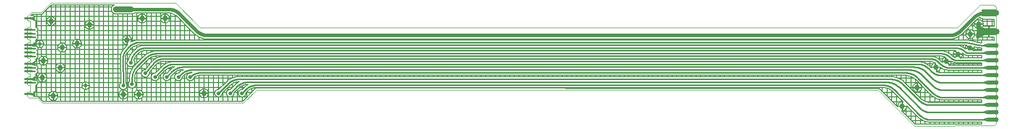
<source format=gbl>
G04 EAGLE Gerber X2 export*
%TF.Part,Single*%
%TF.FileFunction,Other,bottom copper*%
%TF.FilePolarity,Positive*%
%TF.GenerationSoftware,Autodesk,EAGLE,9.6.2*%
%TF.CreationDate,2022-07-13T20:40:15Z*%
G75*
%MOMM*%
%FSLAX34Y34*%
%LPD*%
%INbottom copper*%
%AMOC8*
5,1,8,0,0,1.08239X$1,22.5*%
G01*
%ADD10C,0.000000*%
%ADD11R,1.350000X0.450000*%
%ADD12R,1.600000X0.800000*%
%ADD13R,2.540000X1.270000*%
%ADD14C,0.454000*%
%ADD15C,0.254000*%
%ADD16C,0.935000*%
%ADD17C,1.020000*%
%ADD18C,0.203200*%
%ADD19C,0.304800*%
%ADD20C,0.127000*%
%ADD21C,0.680000*%
%ADD22C,0.850000*%
%ADD23C,0.152400*%
%ADD24C,0.406400*%
%ADD25C,0.609600*%
%ADD26C,1.016000*%

G36*
X1617115Y75870D02*
X1617115Y75870D01*
X1617232Y75870D01*
X1617315Y75887D01*
X1617400Y75894D01*
X1617512Y75927D01*
X1617627Y75951D01*
X1617720Y75988D01*
X1617786Y76007D01*
X1617846Y76039D01*
X1617934Y76074D01*
X1636904Y85559D01*
X1636933Y85577D01*
X1636963Y85590D01*
X1637102Y85684D01*
X1637245Y85774D01*
X1637269Y85797D01*
X1637296Y85816D01*
X1637415Y85936D01*
X1637536Y86052D01*
X1637555Y86079D01*
X1637579Y86103D01*
X1637671Y86244D01*
X1637767Y86382D01*
X1637781Y86412D01*
X1637799Y86440D01*
X1637861Y86596D01*
X1637929Y86751D01*
X1637936Y86783D01*
X1637948Y86814D01*
X1637978Y86979D01*
X1638014Y87144D01*
X1638014Y87177D01*
X1638020Y87210D01*
X1638018Y87378D01*
X1638020Y87547D01*
X1638014Y87579D01*
X1638013Y87613D01*
X1637977Y87777D01*
X1637947Y87942D01*
X1637934Y87973D01*
X1637927Y88006D01*
X1637859Y88160D01*
X1637797Y88316D01*
X1637778Y88344D01*
X1637765Y88374D01*
X1637668Y88512D01*
X1637576Y88653D01*
X1637552Y88676D01*
X1637533Y88704D01*
X1637411Y88819D01*
X1637293Y88939D01*
X1637266Y88958D01*
X1637241Y88981D01*
X1636963Y89162D01*
X1636959Y89164D01*
X1617993Y99438D01*
X1617818Y99511D01*
X1617641Y99587D01*
X1617631Y99589D01*
X1617622Y99593D01*
X1617436Y99631D01*
X1617247Y99671D01*
X1617237Y99671D01*
X1617227Y99673D01*
X1617036Y99673D01*
X1616844Y99675D01*
X1616835Y99673D01*
X1616825Y99673D01*
X1616637Y99635D01*
X1616449Y99599D01*
X1616440Y99595D01*
X1616430Y99593D01*
X1616255Y99520D01*
X1616076Y99447D01*
X1616068Y99441D01*
X1616059Y99438D01*
X1615901Y99331D01*
X1615741Y99224D01*
X1615734Y99217D01*
X1615726Y99212D01*
X1615591Y99075D01*
X1615456Y98940D01*
X1615450Y98932D01*
X1615443Y98925D01*
X1615338Y98763D01*
X1615232Y98605D01*
X1615229Y98596D01*
X1615223Y98588D01*
X1615152Y98408D01*
X1615080Y98232D01*
X1615078Y98223D01*
X1615074Y98214D01*
X1615040Y98025D01*
X1615003Y97837D01*
X1615003Y97826D01*
X1615002Y97818D01*
X1615003Y97762D01*
X1615000Y97505D01*
X1615421Y91679D01*
X1614996Y77954D01*
X1615004Y77837D01*
X1615002Y77720D01*
X1615017Y77637D01*
X1615023Y77552D01*
X1615054Y77439D01*
X1615075Y77325D01*
X1615107Y77246D01*
X1615129Y77164D01*
X1615182Y77059D01*
X1615225Y76951D01*
X1615272Y76880D01*
X1615310Y76804D01*
X1615382Y76712D01*
X1615446Y76614D01*
X1615506Y76554D01*
X1615558Y76487D01*
X1615647Y76411D01*
X1615729Y76328D01*
X1615799Y76280D01*
X1615864Y76225D01*
X1615966Y76168D01*
X1616063Y76103D01*
X1616141Y76070D01*
X1616215Y76029D01*
X1616327Y75993D01*
X1616434Y75948D01*
X1616518Y75931D01*
X1616599Y75905D01*
X1616715Y75892D01*
X1616829Y75869D01*
X1616914Y75869D01*
X1616999Y75860D01*
X1617115Y75870D01*
G37*
D10*
X0Y-23000D02*
X3000Y-26000D01*
X17000Y-26000D01*
X39750Y136500D02*
X252500Y136500D01*
X39750Y136500D02*
X23750Y120500D01*
X7000Y120500D01*
X0Y113500D01*
X0Y107500D01*
X0Y94000D02*
X0Y75000D01*
X1000Y74000D01*
X4000Y74000D01*
X5000Y73000D01*
X5000Y70000D02*
X4000Y69000D01*
X1000Y69000D01*
X0Y68000D01*
X5000Y70000D02*
X5000Y73000D01*
X0Y68000D02*
X0Y42500D01*
X1000Y41500D01*
X4000Y41500D01*
X5000Y40500D01*
X5000Y37500D02*
X4000Y36500D01*
X1000Y36500D01*
X0Y35500D01*
X5000Y37500D02*
X5000Y40500D01*
X0Y-16500D02*
X0Y-23000D01*
X0Y-3000D02*
X0Y9500D01*
X0Y16500D02*
X0Y35500D01*
X0Y-3000D02*
X1000Y-4000D01*
X4000Y-4000D02*
X5000Y-5000D01*
X4000Y-4000D02*
X1000Y-4000D01*
X5000Y-5000D02*
X5000Y-14500D01*
X4000Y-15500D01*
X1000Y-15500D01*
X0Y-16500D01*
X1000Y106500D02*
X0Y107500D01*
X1000Y106500D02*
X4000Y106500D01*
X5000Y105500D01*
X5000Y96000D01*
X4000Y95000D01*
X1000Y95000D01*
X0Y94000D01*
X252500Y136500D02*
X294500Y94500D01*
X1582410Y94500D01*
X1621410Y133500D01*
X1644810Y133500D01*
X1648800Y129500D01*
X1648800Y-70000D01*
X1645300Y-73500D01*
X1509800Y-74000D01*
X1448300Y-12500D01*
X390500Y-12000D01*
X368000Y-34500D01*
X25500Y-34500D01*
X1000Y15500D02*
X0Y16500D01*
X1000Y15500D02*
X4000Y15500D01*
X5000Y14500D01*
X5000Y11500D01*
X4000Y10500D01*
X1000Y10500D01*
X0Y9500D01*
X17000Y-26000D02*
X25500Y-34500D01*
D11*
X2000Y91000D03*
X2000Y84500D03*
X2000Y78000D03*
X2000Y65000D03*
X2000Y58500D03*
X2000Y52000D03*
X2000Y45500D03*
X2000Y32500D03*
X2000Y26000D03*
X2000Y19500D03*
X2000Y6500D03*
X2000Y0D03*
X2000Y-19500D03*
X2000Y110500D03*
D12*
X1641990Y38110D03*
X1641990Y-63490D03*
X1641990Y-50790D03*
X1641990Y-38090D03*
X1641990Y-25390D03*
X1641990Y-12690D03*
X1641990Y10D03*
X1641990Y12710D03*
X1641990Y25410D03*
D13*
X1636910Y87640D03*
X1636910Y119390D03*
D12*
X1641990Y50810D03*
X1641990Y63510D03*
D14*
X6500Y0D03*
X0Y0D03*
D15*
X2000Y0D02*
X13500Y0D01*
D14*
X0Y65000D03*
X6500Y65000D03*
X0Y110500D03*
X6500Y110500D03*
X0Y6500D03*
D16*
X44516Y-22388D03*
D14*
X0Y-19500D03*
X6500Y-19500D03*
X6500Y6500D03*
X6500Y32500D03*
X0Y32500D03*
D17*
X1649442Y87376D03*
X1636742Y87376D03*
D18*
X195143Y63626D02*
X195143Y63626D01*
X186742Y60146D01*
X186742Y60146D01*
X184782Y58186D01*
X184782Y58186D01*
X179300Y52704D01*
X179300Y52704D01*
X177904Y51309D01*
X177904Y51309D01*
X174155Y44815D01*
X174155Y44815D01*
X172594Y38990D01*
X171061Y37456D01*
X170084Y35098D01*
X170084Y32546D01*
X171061Y30188D01*
X172866Y28383D01*
X175224Y27406D01*
X177776Y27406D01*
X180134Y28383D01*
X181939Y30188D01*
X182916Y32546D01*
X182916Y35098D01*
X181939Y37456D01*
X181383Y38013D01*
X182301Y41440D01*
X184900Y45941D01*
X186616Y47898D01*
X189588Y50870D01*
X191753Y52646D01*
X196902Y54780D01*
X199689Y55054D01*
X1579076Y55054D01*
X1578695Y54800D01*
X1577624Y53729D01*
X1576782Y52469D01*
X1576203Y51069D01*
X1575907Y49584D01*
X1575907Y49185D01*
X1583239Y49185D01*
X1583239Y48467D01*
X1575907Y48467D01*
X1575907Y48068D01*
X1576203Y46583D01*
X1576782Y45183D01*
X1577624Y43923D01*
X1577944Y43604D01*
X1574405Y45647D01*
X1572858Y47003D01*
X1571637Y48224D01*
X1571603Y48259D01*
X1571575Y48286D01*
X1571575Y48286D01*
X1570553Y49308D01*
X1570553Y49308D01*
X1564975Y52529D01*
X1564975Y52529D01*
X1558753Y54196D01*
X216023Y54196D01*
X208473Y52173D01*
X208473Y52173D01*
X201703Y48265D01*
X200195Y46756D01*
X200195Y46756D01*
X181654Y28215D01*
X181654Y28215D01*
X180145Y26707D01*
X180145Y26707D01*
X180145Y26707D01*
X176237Y19937D01*
X176237Y19937D01*
X174214Y12387D01*
X174214Y2288D01*
X173061Y1134D01*
X172084Y-1224D01*
X172084Y-3776D01*
X173061Y-6134D01*
X174866Y-7939D01*
X177224Y-8916D01*
X179776Y-8916D01*
X182134Y-7939D01*
X183939Y-6134D01*
X184916Y-3776D01*
X184916Y-1224D01*
X183939Y1134D01*
X182786Y2288D01*
X182786Y8479D01*
X182967Y11235D01*
X184393Y16559D01*
X187149Y21332D01*
X188970Y23409D01*
X205001Y39440D01*
X207078Y41261D01*
X207078Y41261D01*
X211851Y44017D01*
X217175Y45443D01*
X219931Y45624D01*
X1555532Y45624D01*
X1557606Y45488D01*
X1561614Y44414D01*
X1562610Y43839D01*
X1562289Y43775D01*
X1560889Y43196D01*
X1559629Y42354D01*
X1558558Y41283D01*
X1557716Y40023D01*
X1557137Y38623D01*
X1556841Y37138D01*
X1556841Y36739D01*
X1564173Y36739D01*
X1564173Y36021D01*
X1556841Y36021D01*
X1556841Y35622D01*
X1556961Y35021D01*
X1555981Y35880D01*
X1551575Y40286D01*
X1551575Y40286D01*
X1549966Y41895D01*
X1549966Y41895D01*
X1542480Y44996D01*
X229664Y44996D01*
X229390Y45202D01*
X227930Y44996D01*
X226456Y44996D01*
X226213Y44754D01*
X224412Y44499D01*
X218425Y41954D01*
X218425Y41954D01*
X213302Y37946D01*
X213302Y37946D01*
X211400Y35420D01*
X200723Y22416D01*
X199724Y22416D01*
X197366Y21439D01*
X195561Y19634D01*
X194584Y17276D01*
X194584Y14724D01*
X195561Y12366D01*
X197366Y10561D01*
X199724Y9584D01*
X202276Y9584D01*
X204634Y10561D01*
X206439Y12366D01*
X207416Y14724D01*
X207416Y17060D01*
X217023Y28760D01*
X217127Y28775D01*
X218140Y30121D01*
X218303Y30319D01*
X219571Y31793D01*
X222889Y34387D01*
X226764Y36035D01*
X228628Y36424D01*
X1538429Y36424D01*
X1540730Y36197D01*
X1544982Y34436D01*
X1545274Y34197D01*
X1545264Y34197D01*
X1543779Y33901D01*
X1542379Y33322D01*
X1541119Y32480D01*
X1540048Y31409D01*
X1539206Y30149D01*
X1538627Y28749D01*
X1538331Y27264D01*
X1538331Y26865D01*
X1545663Y26865D01*
X1545663Y26147D01*
X1538331Y26147D01*
X1538331Y25748D01*
X1538385Y25476D01*
X1535005Y28856D01*
X1535005Y28856D01*
X1533497Y30365D01*
X1533497Y30365D01*
X1526727Y34273D01*
X1526727Y34273D01*
X1519177Y36296D01*
X246123Y36296D01*
X238573Y34273D01*
X238573Y34273D01*
X231803Y30365D01*
X231803Y30365D01*
X230295Y28856D01*
X230295Y28856D01*
X227889Y26450D01*
X227785Y26346D01*
X227785Y26346D01*
X217855Y16416D01*
X216224Y16416D01*
X213866Y15439D01*
X212061Y13634D01*
X211084Y11276D01*
X211084Y8724D01*
X212061Y6366D01*
X213866Y4561D01*
X216224Y3584D01*
X218776Y3584D01*
X221134Y4561D01*
X222939Y6366D01*
X223916Y8724D01*
X223916Y10355D01*
X233846Y20285D01*
X233846Y20285D01*
X233950Y20389D01*
X235101Y21540D01*
X237178Y23361D01*
X241951Y26117D01*
X247275Y27543D01*
X250031Y27724D01*
X250897Y27724D01*
X246793Y25355D01*
X246793Y25355D01*
X245285Y23846D01*
X245285Y23846D01*
X242879Y21440D01*
X242775Y21336D01*
X242775Y21336D01*
X237855Y16416D01*
X236224Y16416D01*
X233866Y15439D01*
X232061Y13634D01*
X231084Y11276D01*
X231084Y8724D01*
X232061Y6366D01*
X233866Y4561D01*
X236224Y3584D01*
X238776Y3584D01*
X241134Y4561D01*
X242939Y6366D01*
X243916Y8724D01*
X243916Y10355D01*
X248836Y15275D01*
X248836Y15275D01*
X248940Y15379D01*
X250091Y16530D01*
X252168Y18351D01*
X256941Y21107D01*
X262265Y22533D01*
X265021Y22714D01*
X265880Y22714D01*
X261793Y20355D01*
X261793Y20355D01*
X260285Y18846D01*
X260285Y18846D01*
X257879Y16440D01*
X257855Y16416D01*
X256224Y16416D01*
X253866Y15439D01*
X252061Y13634D01*
X251084Y11276D01*
X251084Y8724D01*
X252061Y6366D01*
X253866Y4561D01*
X256224Y3584D01*
X258776Y3584D01*
X261134Y4561D01*
X262939Y6366D01*
X263916Y8724D01*
X263916Y10355D01*
X263940Y10379D01*
X265091Y11530D01*
X267168Y13351D01*
X271941Y16107D01*
X277265Y17533D01*
X280021Y17714D01*
X280660Y17714D01*
X278412Y16416D01*
X276224Y16416D01*
X273866Y15439D01*
X272061Y13634D01*
X271084Y11276D01*
X271084Y8724D01*
X272061Y6366D01*
X273866Y4561D01*
X276224Y3584D01*
X278776Y3584D01*
X281134Y4561D01*
X282939Y6366D01*
X283916Y8724D01*
X283916Y9502D01*
X286894Y11221D01*
X291839Y12546D01*
X294399Y12714D01*
X1494279Y12714D01*
X1497602Y12496D01*
X1504022Y10776D01*
X1509778Y7453D01*
X1512281Y5257D01*
X1537265Y-19726D01*
X1537281Y-19743D01*
X1539775Y-22236D01*
X1539775Y-22236D01*
X1541283Y-23745D01*
X1541283Y-23745D01*
X1548053Y-27653D01*
X1548053Y-27653D01*
X1555603Y-29676D01*
X1624011Y-29676D01*
X1624011Y-33804D01*
X1536211Y-33804D01*
X1533455Y-33623D01*
X1528131Y-32197D01*
X1523358Y-29441D01*
X1521281Y-27620D01*
X1520043Y-26381D01*
X1520026Y-26365D01*
X1492088Y1574D01*
X1492088Y1574D01*
X1490175Y3486D01*
X1490175Y3486D01*
X1482415Y7967D01*
X1482415Y7967D01*
X1473759Y10286D01*
X356113Y10286D01*
X348563Y8263D01*
X348563Y8263D01*
X341793Y4355D01*
X341793Y4355D01*
X340285Y2846D01*
X340285Y2846D01*
X337878Y439D01*
X337775Y336D01*
X325855Y-11584D01*
X324224Y-11584D01*
X321866Y-12561D01*
X320061Y-14366D01*
X319084Y-16724D01*
X319084Y-19276D01*
X320061Y-21634D01*
X321866Y-23439D01*
X324224Y-24416D01*
X326776Y-24416D01*
X329134Y-23439D01*
X330939Y-21634D01*
X331916Y-19276D01*
X331916Y-17645D01*
X343836Y-5725D01*
X343939Y-5622D01*
X345091Y-4470D01*
X347168Y-2649D01*
X351941Y107D01*
X357265Y1533D01*
X360021Y1714D01*
X360880Y1714D01*
X356793Y-645D01*
X356793Y-645D01*
X355285Y-2154D01*
X355285Y-2154D01*
X352878Y-4561D01*
X352775Y-4664D01*
X352775Y-4664D01*
X345855Y-11584D01*
X344224Y-11584D01*
X341866Y-12561D01*
X340061Y-14366D01*
X339084Y-16724D01*
X339084Y-19276D01*
X340061Y-21634D01*
X341866Y-23439D01*
X344224Y-24416D01*
X346776Y-24416D01*
X349134Y-23439D01*
X350939Y-21634D01*
X351916Y-19276D01*
X351916Y-17645D01*
X358836Y-10725D01*
X358836Y-10725D01*
X358940Y-10622D01*
X360091Y-9470D01*
X362168Y-7649D01*
X366941Y-4893D01*
X372265Y-3467D01*
X375021Y-3286D01*
X375880Y-3286D01*
X371793Y-5645D01*
X371793Y-5645D01*
X370285Y-7154D01*
X370285Y-7154D01*
X367878Y-9561D01*
X367775Y-9664D01*
X365855Y-11584D01*
X364224Y-11584D01*
X361866Y-12561D01*
X360061Y-14366D01*
X359084Y-16724D01*
X359084Y-19276D01*
X360061Y-21634D01*
X361866Y-23439D01*
X364224Y-24416D01*
X366776Y-24416D01*
X369134Y-23439D01*
X370939Y-21634D01*
X371916Y-19276D01*
X371916Y-17645D01*
X373836Y-15725D01*
X373939Y-15622D01*
X375091Y-14470D01*
X377168Y-12649D01*
X381941Y-9893D01*
X387265Y-8467D01*
X390021Y-8286D01*
X1455279Y-8286D01*
X1458602Y-8504D01*
X1465022Y-10224D01*
X1470778Y-13547D01*
X1473281Y-15743D01*
X1490272Y-32733D01*
X1489768Y-32633D01*
X1489369Y-32633D01*
X1489369Y-39965D01*
X1488651Y-39965D01*
X1488651Y-32633D01*
X1488252Y-32633D01*
X1486767Y-32929D01*
X1485367Y-33508D01*
X1484107Y-34350D01*
X1483036Y-35421D01*
X1482194Y-36681D01*
X1481615Y-38081D01*
X1481319Y-39566D01*
X1481319Y-39965D01*
X1488651Y-39965D01*
X1488651Y-40683D01*
X1481319Y-40683D01*
X1481319Y-41082D01*
X1481362Y-41297D01*
X1450451Y-10386D01*
X1449551Y-9485D01*
X1449550Y-9485D01*
X1449549Y-9484D01*
X1448295Y-9484D01*
X391750Y-8985D01*
X391749Y-8984D01*
X390508Y-8984D01*
X389252Y-8983D01*
X389252Y-8984D01*
X389251Y-8984D01*
X388385Y-9850D01*
X387485Y-10749D01*
X387485Y-10750D01*
X366751Y-31484D01*
X26749Y-31484D01*
X18249Y-22984D01*
X11520Y-22984D01*
X11560Y-22914D01*
X11766Y-22147D01*
X11766Y-20271D01*
X11786Y-20196D01*
X11786Y-19500D01*
X6500Y-19500D01*
X6500Y-19500D01*
X11786Y-19500D01*
X11786Y-18804D01*
X11766Y-18729D01*
X11766Y-16853D01*
X11578Y-16151D01*
X13884Y-16151D01*
X14851Y-15184D01*
X14851Y-4286D01*
X15275Y-4286D01*
X17786Y-1775D01*
X17786Y1775D01*
X15275Y4286D01*
X11766Y4286D01*
X11766Y5729D01*
X11786Y5804D01*
X11786Y6500D01*
X6500Y6500D01*
X6500Y6500D01*
X11786Y6500D01*
X11786Y7196D01*
X11766Y7271D01*
X11766Y9147D01*
X11578Y9849D01*
X13884Y9849D01*
X14851Y10816D01*
X14851Y15214D01*
X15175Y15214D01*
X17686Y17725D01*
X17686Y21275D01*
X16261Y22700D01*
X17786Y24225D01*
X17786Y27775D01*
X15275Y30286D01*
X11766Y30286D01*
X11766Y31729D01*
X11786Y31804D01*
X11786Y32500D01*
X6500Y32500D01*
X6500Y32500D01*
X11786Y32500D01*
X11786Y33196D01*
X11766Y33271D01*
X11766Y35147D01*
X11578Y35849D01*
X13884Y35849D01*
X14851Y36816D01*
X14851Y41214D01*
X15375Y41214D01*
X17886Y43725D01*
X17886Y47275D01*
X16311Y48850D01*
X17686Y50225D01*
X17686Y53775D01*
X16261Y55200D01*
X17786Y56725D01*
X17786Y60275D01*
X15275Y62786D01*
X11766Y62786D01*
X11766Y64229D01*
X11786Y64304D01*
X11786Y65000D01*
X6500Y65000D01*
X6500Y65000D01*
X11786Y65000D01*
X11786Y65696D01*
X11766Y65771D01*
X11766Y67647D01*
X11578Y68349D01*
X13884Y68349D01*
X14851Y69316D01*
X14851Y73714D01*
X15275Y73714D01*
X17786Y76225D01*
X17786Y79775D01*
X16261Y81300D01*
X17686Y82725D01*
X17686Y86275D01*
X16211Y87750D01*
X17686Y89225D01*
X17686Y92775D01*
X15175Y95286D01*
X14851Y95286D01*
X14851Y105804D01*
X13884Y106771D01*
X11536Y106771D01*
X11766Y107001D01*
X11766Y109729D01*
X11786Y109804D01*
X11786Y110500D01*
X11766Y110500D01*
X11766Y110500D01*
X11786Y110500D01*
X11786Y111196D01*
X11766Y111271D01*
X11766Y113999D01*
X9999Y115766D01*
X7271Y115766D01*
X7196Y115786D01*
X6551Y115786D01*
X8249Y117484D01*
X24999Y117484D01*
X26766Y119251D01*
X40999Y133484D01*
X148237Y133484D01*
X146594Y132803D01*
X144317Y130526D01*
X143084Y127550D01*
X143084Y124330D01*
X144317Y121354D01*
X146594Y119077D01*
X149570Y117844D01*
X178190Y117844D01*
X181166Y119077D01*
X181965Y119876D01*
X240559Y119876D01*
X243083Y119711D01*
X247959Y118404D01*
X252330Y115880D01*
X254232Y114213D01*
X282237Y86208D01*
X282237Y86208D01*
X284013Y84432D01*
X286942Y81503D01*
X286942Y81503D01*
X294116Y77360D01*
X294116Y77360D01*
X302119Y75216D01*
X1573871Y75216D01*
X1581874Y77360D01*
X1581874Y77360D01*
X1589048Y81503D01*
X1589048Y81503D01*
X1591977Y84432D01*
X1593753Y86208D01*
X1593753Y86208D01*
X1613432Y105887D01*
X1613432Y105887D01*
X1615208Y107663D01*
X1617110Y109330D01*
X1621259Y111726D01*
X1622961Y110024D01*
X1625781Y110024D01*
X1625781Y109806D01*
X1626748Y108839D01*
X1645784Y108839D01*
X1645784Y97006D01*
X1637926Y97006D01*
X1637926Y95415D01*
X1637541Y95492D01*
X1637226Y95492D01*
X1637226Y88656D01*
X1636258Y88656D01*
X1636258Y95492D01*
X1635943Y95492D01*
X1635894Y95482D01*
X1635894Y97006D01*
X1626080Y97006D01*
X1626561Y98169D01*
X1626857Y99654D01*
X1626857Y100053D01*
X1619525Y100053D01*
X1619525Y100771D01*
X1626857Y100771D01*
X1626857Y101170D01*
X1626561Y102655D01*
X1625982Y104055D01*
X1625140Y105315D01*
X1624069Y106386D01*
X1622809Y107228D01*
X1621409Y107807D01*
X1619924Y108103D01*
X1619525Y108103D01*
X1619525Y100771D01*
X1618807Y100771D01*
X1618807Y108103D01*
X1618408Y108103D01*
X1616923Y107807D01*
X1615523Y107228D01*
X1614263Y106386D01*
X1613192Y105315D01*
X1612350Y104055D01*
X1611771Y102655D01*
X1611475Y101170D01*
X1611475Y100771D01*
X1618807Y100771D01*
X1618807Y100053D01*
X1611475Y100053D01*
X1611475Y99654D01*
X1611771Y98169D01*
X1612350Y96769D01*
X1613192Y95509D01*
X1614263Y94438D01*
X1615523Y93596D01*
X1616923Y93017D01*
X1618408Y92721D01*
X1618807Y92721D01*
X1618807Y100053D01*
X1619525Y100053D01*
X1619525Y92721D01*
X1619924Y92721D01*
X1621194Y92974D01*
X1621194Y88656D01*
X1628722Y88656D01*
X1628626Y88175D01*
X1628626Y87860D01*
X1635894Y87860D01*
X1635894Y86892D01*
X1628626Y86892D01*
X1628626Y86624D01*
X1621194Y86624D01*
X1621194Y80893D01*
X1621400Y80126D01*
X1621797Y79438D01*
X1622358Y78877D01*
X1623046Y78480D01*
X1623813Y78274D01*
X1635894Y78274D01*
X1635894Y79270D01*
X1635943Y79260D01*
X1636258Y79260D01*
X1636258Y86624D01*
X1637226Y86624D01*
X1637226Y79260D01*
X1637541Y79260D01*
X1637926Y79337D01*
X1637926Y78274D01*
X1645784Y78274D01*
X1645784Y72671D01*
X1645684Y72771D01*
X1624978Y72771D01*
X1624011Y71804D01*
X1624011Y68132D01*
X1618590Y68725D01*
X1612987Y70219D01*
X1612912Y70334D01*
X1611290Y70672D01*
X1609689Y71099D01*
X1609570Y71030D01*
X1600429Y72934D01*
X1600081Y73284D01*
X1598745Y73285D01*
X1597436Y73558D01*
X1597024Y73288D01*
X1592568Y73294D01*
X1592565Y73296D01*
X1590802Y73296D01*
X1589020Y73298D01*
X1589018Y73296D01*
X188837Y73296D01*
X188447Y73558D01*
X187114Y73296D01*
X185756Y73296D01*
X185424Y72964D01*
X182511Y72392D01*
X182511Y72392D01*
X176720Y69553D01*
X176730Y69567D01*
X177309Y70967D01*
X177605Y72452D01*
X177605Y72851D01*
X170273Y72851D01*
X170273Y73569D01*
X177605Y73569D01*
X177605Y73968D01*
X177309Y75453D01*
X176730Y76853D01*
X175888Y78113D01*
X174817Y79184D01*
X173557Y80026D01*
X172157Y80605D01*
X170672Y80901D01*
X170273Y80901D01*
X170273Y73569D01*
X169555Y73569D01*
X169555Y80901D01*
X169156Y80901D01*
X167671Y80605D01*
X166271Y80026D01*
X165011Y79184D01*
X163940Y78113D01*
X163098Y76853D01*
X162519Y75453D01*
X162223Y73968D01*
X162223Y73569D01*
X169555Y73569D01*
X169555Y72851D01*
X162223Y72851D01*
X162223Y72452D01*
X162519Y70967D01*
X163098Y69567D01*
X163940Y68307D01*
X165011Y67236D01*
X166271Y66394D01*
X167671Y65815D01*
X169156Y65519D01*
X169555Y65519D01*
X169555Y72851D01*
X170273Y72851D01*
X170273Y65519D01*
X170672Y65519D01*
X171449Y65674D01*
X168395Y63008D01*
X168395Y63008D01*
X168395Y63008D01*
X166245Y59806D01*
X166221Y59783D01*
X164214Y57775D01*
X164214Y57775D01*
X163322Y56884D01*
X163322Y56884D01*
X160286Y51624D01*
X160286Y51624D01*
X158714Y45758D01*
X158714Y44471D01*
X158696Y44452D01*
X158714Y42697D01*
X158714Y40946D01*
X158733Y40928D01*
X159164Y-262D01*
X158061Y-1366D01*
X157084Y-3724D01*
X157084Y-6276D01*
X158061Y-8634D01*
X159866Y-10439D01*
X162224Y-11416D01*
X164776Y-11416D01*
X167134Y-10439D01*
X168939Y-8634D01*
X169916Y-6276D01*
X169916Y-3724D01*
X168939Y-1366D01*
X167736Y-162D01*
X167286Y42725D01*
X167410Y44613D01*
X168389Y48268D01*
X170281Y51544D01*
X171530Y52969D01*
X171678Y53117D01*
X172139Y53207D01*
X172896Y54335D01*
X173856Y55295D01*
X173856Y55625D01*
X175037Y57156D01*
X179736Y61257D01*
X185337Y64003D01*
X188054Y64724D01*
X1590789Y64724D01*
X1597855Y64715D01*
X1598480Y64585D01*
X1598124Y64229D01*
X1597282Y62969D01*
X1596703Y61569D01*
X1596407Y60084D01*
X1596407Y59685D01*
X1603739Y59685D01*
X1603739Y58967D01*
X1596407Y58967D01*
X1596407Y58568D01*
X1596528Y57959D01*
X1596103Y58385D01*
X1596085Y58402D01*
X1595845Y58642D01*
X1595845Y58642D01*
X1594104Y60383D01*
X1594104Y60383D01*
X1586275Y63626D01*
X197914Y63626D01*
X195143Y63626D01*
X85003Y67259D02*
X85003Y74591D01*
X85003Y67259D02*
X84285Y67259D01*
X84285Y74591D01*
X83886Y74591D01*
X82401Y74295D01*
X81001Y73716D01*
X79741Y72874D01*
X78670Y71803D01*
X77828Y70543D01*
X77249Y69143D01*
X76953Y67658D01*
X76953Y67259D01*
X84285Y67259D01*
X84285Y66541D01*
X76953Y66541D01*
X76953Y66142D01*
X77249Y64657D01*
X77828Y63257D01*
X78670Y61997D01*
X79741Y60926D01*
X81001Y60084D01*
X82401Y59505D01*
X83886Y59209D01*
X84285Y59209D01*
X84285Y66541D01*
X85003Y66541D01*
X85003Y59209D01*
X85402Y59209D01*
X86887Y59505D01*
X88287Y60084D01*
X89547Y60926D01*
X90618Y61997D01*
X91460Y63257D01*
X92039Y64657D01*
X92335Y66142D01*
X92335Y66541D01*
X85003Y66541D01*
X85003Y67259D01*
X92335Y67259D01*
X92335Y67658D01*
X92039Y69143D01*
X91460Y70543D01*
X90618Y71803D01*
X89547Y72874D01*
X88287Y73716D01*
X86887Y74295D01*
X85402Y74591D01*
X85003Y74591D01*
X195877Y110471D02*
X195877Y117803D01*
X195877Y110471D02*
X195159Y110471D01*
X195159Y117803D01*
X194760Y117803D01*
X193275Y117507D01*
X191875Y116928D01*
X190615Y116086D01*
X189544Y115015D01*
X188702Y113755D01*
X188123Y112355D01*
X187827Y110870D01*
X187827Y110471D01*
X195159Y110471D01*
X195159Y109753D01*
X187827Y109753D01*
X187827Y109354D01*
X188123Y107869D01*
X188702Y106469D01*
X189544Y105209D01*
X190615Y104138D01*
X191875Y103296D01*
X193275Y102717D01*
X194760Y102421D01*
X195159Y102421D01*
X195159Y109753D01*
X195877Y109753D01*
X195877Y102421D01*
X196276Y102421D01*
X197761Y102717D01*
X199161Y103296D01*
X200421Y104138D01*
X201492Y105209D01*
X202334Y106469D01*
X202913Y107869D01*
X203209Y109354D01*
X203209Y109753D01*
X195877Y109753D01*
X195877Y110471D01*
X203209Y110471D01*
X203209Y110870D01*
X202913Y112355D01*
X202334Y113755D01*
X201492Y115015D01*
X200421Y116086D01*
X199161Y116928D01*
X197761Y117507D01*
X196276Y117803D01*
X195877Y117803D01*
X163911Y-12317D02*
X163911Y-19649D01*
X163193Y-19649D01*
X163193Y-12317D01*
X162794Y-12317D01*
X161309Y-12613D01*
X159909Y-13192D01*
X158649Y-14034D01*
X157578Y-15105D01*
X156736Y-16365D01*
X156157Y-17765D01*
X155861Y-19250D01*
X155861Y-19649D01*
X163193Y-19649D01*
X163193Y-20367D01*
X155861Y-20367D01*
X155861Y-20766D01*
X156157Y-22251D01*
X156736Y-23651D01*
X157578Y-24911D01*
X158649Y-25982D01*
X159909Y-26824D01*
X161309Y-27403D01*
X162794Y-27699D01*
X163193Y-27699D01*
X163193Y-20367D01*
X163911Y-20367D01*
X163911Y-27699D01*
X164310Y-27699D01*
X165795Y-27403D01*
X167195Y-26824D01*
X168455Y-25982D01*
X169526Y-24911D01*
X170368Y-23651D01*
X170947Y-22251D01*
X171243Y-20766D01*
X171243Y-20367D01*
X163911Y-20367D01*
X163911Y-19649D01*
X171243Y-19649D01*
X171243Y-19250D01*
X170947Y-17765D01*
X170368Y-16365D01*
X169526Y-15105D01*
X168455Y-14034D01*
X167195Y-13192D01*
X165795Y-12613D01*
X164310Y-12317D01*
X163911Y-12317D01*
X28003Y38247D02*
X28003Y45579D01*
X28003Y38247D02*
X27285Y38247D01*
X27285Y45579D01*
X26886Y45579D01*
X25401Y45283D01*
X24001Y44704D01*
X22741Y43862D01*
X21670Y42791D01*
X20828Y41531D01*
X20249Y40131D01*
X19953Y38646D01*
X19953Y38247D01*
X27285Y38247D01*
X27285Y37529D01*
X19953Y37529D01*
X19953Y37130D01*
X20249Y35645D01*
X20828Y34245D01*
X21670Y32985D01*
X22741Y31914D01*
X24001Y31072D01*
X25401Y30493D01*
X26886Y30197D01*
X27285Y30197D01*
X27285Y37529D01*
X28003Y37529D01*
X28003Y30197D01*
X28402Y30197D01*
X29887Y30493D01*
X31287Y31072D01*
X32547Y31914D01*
X33618Y32985D01*
X34460Y34245D01*
X35039Y35645D01*
X35335Y37130D01*
X35335Y37529D01*
X28003Y37529D01*
X28003Y38247D01*
X35335Y38247D01*
X35335Y38646D01*
X35039Y40131D01*
X34460Y41531D01*
X33618Y42791D01*
X32547Y43862D01*
X31287Y44704D01*
X29887Y45283D01*
X28402Y45579D01*
X28003Y45579D01*
X301041Y-10353D02*
X301041Y-17685D01*
X300323Y-17685D01*
X300323Y-10353D01*
X299924Y-10353D01*
X298439Y-10649D01*
X297039Y-11228D01*
X295779Y-12070D01*
X294708Y-13141D01*
X293866Y-14401D01*
X293287Y-15801D01*
X292991Y-17286D01*
X292991Y-17685D01*
X300323Y-17685D01*
X300323Y-18403D01*
X292991Y-18403D01*
X292991Y-18802D01*
X293287Y-20287D01*
X293866Y-21687D01*
X294708Y-22947D01*
X295779Y-24018D01*
X297039Y-24860D01*
X298439Y-25439D01*
X299924Y-25735D01*
X300323Y-25735D01*
X300323Y-18403D01*
X301041Y-18403D01*
X301041Y-25735D01*
X301440Y-25735D01*
X302925Y-25439D01*
X304325Y-24860D01*
X305585Y-24018D01*
X306656Y-22947D01*
X307498Y-21687D01*
X308077Y-20287D01*
X308373Y-18802D01*
X308373Y-18403D01*
X301041Y-18403D01*
X301041Y-17685D01*
X308373Y-17685D01*
X308373Y-17286D01*
X308077Y-15801D01*
X307498Y-14401D01*
X306656Y-13141D01*
X305585Y-12070D01*
X304325Y-11228D01*
X302925Y-10649D01*
X301440Y-10353D01*
X301041Y-10353D01*
X106377Y99471D02*
X106377Y106803D01*
X106377Y99471D02*
X105659Y99471D01*
X105659Y106803D01*
X105260Y106803D01*
X103775Y106507D01*
X102375Y105928D01*
X101115Y105086D01*
X100044Y104015D01*
X99202Y102755D01*
X98623Y101355D01*
X98327Y99870D01*
X98327Y99471D01*
X105659Y99471D01*
X105659Y98753D01*
X98327Y98753D01*
X98327Y98354D01*
X98623Y96869D01*
X99202Y95469D01*
X100044Y94209D01*
X101115Y93138D01*
X102375Y92296D01*
X103775Y91717D01*
X105260Y91421D01*
X105659Y91421D01*
X105659Y98753D01*
X106377Y98753D01*
X106377Y91421D01*
X106776Y91421D01*
X108261Y91717D01*
X109661Y92296D01*
X110921Y93138D01*
X111992Y94209D01*
X112834Y95469D01*
X113413Y96869D01*
X113709Y98354D01*
X113709Y98753D01*
X106377Y98753D01*
X106377Y99471D01*
X113709Y99471D01*
X113709Y99870D01*
X113413Y101355D01*
X112834Y102755D01*
X111992Y104015D01*
X110921Y105086D01*
X109661Y105928D01*
X108261Y106507D01*
X106776Y106803D01*
X106377Y106803D01*
X44875Y-14697D02*
X44875Y-22029D01*
X44157Y-22029D01*
X44157Y-14697D01*
X43758Y-14697D01*
X42273Y-14993D01*
X40873Y-15572D01*
X39613Y-16414D01*
X38542Y-17485D01*
X37700Y-18745D01*
X37121Y-20145D01*
X36825Y-21630D01*
X36825Y-22029D01*
X44157Y-22029D01*
X44157Y-22747D01*
X36825Y-22747D01*
X36825Y-23146D01*
X37121Y-24631D01*
X37700Y-26031D01*
X38542Y-27291D01*
X39613Y-28362D01*
X40873Y-29204D01*
X42273Y-29783D01*
X43758Y-30079D01*
X44157Y-30079D01*
X44157Y-22747D01*
X44875Y-22747D01*
X44875Y-30079D01*
X45274Y-30079D01*
X46759Y-29783D01*
X48159Y-29204D01*
X49419Y-28362D01*
X50490Y-27291D01*
X51332Y-26031D01*
X51911Y-24631D01*
X52207Y-23146D01*
X52207Y-22747D01*
X44875Y-22747D01*
X44875Y-22029D01*
X52207Y-22029D01*
X52207Y-21630D01*
X51911Y-20145D01*
X51332Y-18745D01*
X50490Y-17485D01*
X49419Y-16414D01*
X48159Y-15572D01*
X46759Y-14993D01*
X45274Y-14697D01*
X44875Y-14697D01*
X60003Y60759D02*
X60003Y68091D01*
X60003Y60759D02*
X59285Y60759D01*
X59285Y68091D01*
X58886Y68091D01*
X57401Y67795D01*
X56001Y67216D01*
X54741Y66374D01*
X53670Y65303D01*
X52828Y64043D01*
X52249Y62643D01*
X51953Y61158D01*
X51953Y60759D01*
X59285Y60759D01*
X59285Y60041D01*
X51953Y60041D01*
X51953Y59642D01*
X52249Y58157D01*
X52828Y56757D01*
X53670Y55497D01*
X54741Y54426D01*
X56001Y53584D01*
X57401Y53005D01*
X58886Y52709D01*
X59285Y52709D01*
X59285Y60041D01*
X60003Y60041D01*
X60003Y52709D01*
X60402Y52709D01*
X61887Y53005D01*
X63287Y53584D01*
X64547Y54426D01*
X65618Y55497D01*
X66460Y56757D01*
X67039Y58157D01*
X67335Y59642D01*
X67335Y60041D01*
X60003Y60041D01*
X60003Y60759D01*
X67335Y60759D01*
X67335Y61158D01*
X67039Y62643D01*
X66460Y64043D01*
X65618Y65303D01*
X64547Y66374D01*
X63287Y67216D01*
X61887Y67795D01*
X60402Y68091D01*
X60003Y68091D01*
X56503Y33441D02*
X56503Y26109D01*
X55785Y26109D01*
X55785Y33441D01*
X55386Y33441D01*
X53901Y33145D01*
X52501Y32566D01*
X51241Y31724D01*
X50170Y30653D01*
X49328Y29393D01*
X48749Y27993D01*
X48453Y26508D01*
X48453Y26109D01*
X55785Y26109D01*
X55785Y25391D01*
X48453Y25391D01*
X48453Y24992D01*
X48749Y23507D01*
X49328Y22107D01*
X50170Y20847D01*
X51241Y19776D01*
X52501Y18934D01*
X53901Y18355D01*
X55386Y18059D01*
X55785Y18059D01*
X55785Y25391D01*
X56503Y25391D01*
X56503Y18059D01*
X56902Y18059D01*
X58387Y18355D01*
X59787Y18934D01*
X61047Y19776D01*
X62118Y20847D01*
X62960Y22107D01*
X63539Y23507D01*
X63835Y24992D01*
X63835Y25391D01*
X56503Y25391D01*
X56503Y26109D01*
X63835Y26109D01*
X63835Y26508D01*
X63539Y27993D01*
X62960Y29393D01*
X62118Y30653D01*
X61047Y31724D01*
X59787Y32566D01*
X58387Y33145D01*
X56902Y33441D01*
X56503Y33441D01*
X190051Y-12571D02*
X190051Y-19903D01*
X189333Y-19903D01*
X189333Y-12571D01*
X188934Y-12571D01*
X187449Y-12867D01*
X186049Y-13446D01*
X184789Y-14288D01*
X183718Y-15359D01*
X182876Y-16619D01*
X182297Y-18019D01*
X182001Y-19504D01*
X182001Y-19903D01*
X189333Y-19903D01*
X189333Y-20621D01*
X182001Y-20621D01*
X182001Y-21020D01*
X182297Y-22505D01*
X182876Y-23905D01*
X183718Y-25165D01*
X184789Y-26236D01*
X186049Y-27078D01*
X187449Y-27657D01*
X188934Y-27953D01*
X189333Y-27953D01*
X189333Y-20621D01*
X190051Y-20621D01*
X190051Y-27953D01*
X190450Y-27953D01*
X191935Y-27657D01*
X193335Y-27078D01*
X194595Y-26236D01*
X195666Y-25165D01*
X196508Y-23905D01*
X197087Y-22505D01*
X197383Y-21020D01*
X197383Y-20621D01*
X190051Y-20621D01*
X190051Y-19903D01*
X197383Y-19903D01*
X197383Y-19504D01*
X197087Y-18019D01*
X196508Y-16619D01*
X195666Y-15359D01*
X194595Y-14288D01*
X193335Y-13446D01*
X191935Y-12867D01*
X190450Y-12571D01*
X190051Y-12571D01*
X1604769Y83761D02*
X1604769Y91093D01*
X1604769Y83761D02*
X1604051Y83761D01*
X1604051Y91093D01*
X1603652Y91093D01*
X1602167Y90797D01*
X1600767Y90218D01*
X1599507Y89376D01*
X1598436Y88305D01*
X1597594Y87045D01*
X1597015Y85645D01*
X1596719Y84160D01*
X1596719Y83761D01*
X1604051Y83761D01*
X1604051Y83043D01*
X1596719Y83043D01*
X1596719Y82644D01*
X1597015Y81159D01*
X1597594Y79759D01*
X1598436Y78499D01*
X1599507Y77428D01*
X1600767Y76586D01*
X1602167Y76007D01*
X1603652Y75711D01*
X1604051Y75711D01*
X1604051Y83043D01*
X1604769Y83043D01*
X1604769Y75711D01*
X1605168Y75711D01*
X1606653Y76007D01*
X1608053Y76586D01*
X1609313Y77428D01*
X1610384Y78499D01*
X1611226Y79759D01*
X1611805Y81159D01*
X1612101Y82644D01*
X1612101Y83043D01*
X1604769Y83043D01*
X1604769Y83761D01*
X1612101Y83761D01*
X1612101Y84160D01*
X1611805Y85645D01*
X1611226Y87045D01*
X1610384Y88305D01*
X1609313Y89376D01*
X1608053Y90218D01*
X1606653Y90797D01*
X1605168Y91093D01*
X1604769Y91093D01*
X1514869Y-633D02*
X1514869Y-7965D01*
X1514151Y-7965D01*
X1514151Y-633D01*
X1513752Y-633D01*
X1512267Y-929D01*
X1510867Y-1508D01*
X1509607Y-2350D01*
X1508536Y-3421D01*
X1507694Y-4681D01*
X1507115Y-6081D01*
X1506819Y-7566D01*
X1506819Y-7965D01*
X1514151Y-7965D01*
X1514151Y-8683D01*
X1506819Y-8683D01*
X1506819Y-9082D01*
X1507115Y-10567D01*
X1507694Y-11967D01*
X1508536Y-13227D01*
X1509607Y-14298D01*
X1510867Y-15140D01*
X1512267Y-15719D01*
X1513752Y-16015D01*
X1514151Y-16015D01*
X1514151Y-8683D01*
X1514869Y-8683D01*
X1514869Y-16015D01*
X1515268Y-16015D01*
X1516753Y-15719D01*
X1518153Y-15140D01*
X1519413Y-14298D01*
X1520484Y-13227D01*
X1521326Y-11967D01*
X1521905Y-10567D01*
X1522201Y-9082D01*
X1522201Y-8683D01*
X1514869Y-8683D01*
X1514869Y-7965D01*
X1522201Y-7965D01*
X1522201Y-7566D01*
X1521905Y-6081D01*
X1521326Y-4681D01*
X1520484Y-3421D01*
X1519413Y-2350D01*
X1518153Y-1508D01*
X1516753Y-929D01*
X1515268Y-633D01*
X1514869Y-633D01*
X41021Y105963D02*
X41021Y113295D01*
X41021Y105963D02*
X40303Y105963D01*
X40303Y113295D01*
X39904Y113295D01*
X38419Y112999D01*
X37019Y112420D01*
X35759Y111578D01*
X34688Y110507D01*
X33846Y109247D01*
X33267Y107847D01*
X32971Y106362D01*
X32971Y105963D01*
X40303Y105963D01*
X40303Y105245D01*
X32971Y105245D01*
X32971Y104846D01*
X33267Y103361D01*
X33846Y101961D01*
X34688Y100701D01*
X35759Y99630D01*
X37019Y98788D01*
X38419Y98209D01*
X39904Y97913D01*
X40303Y97913D01*
X40303Y105245D01*
X41021Y105245D01*
X41021Y97913D01*
X41420Y97913D01*
X42905Y98209D01*
X44305Y98788D01*
X45565Y99630D01*
X46636Y100701D01*
X47478Y101961D01*
X48057Y103361D01*
X48353Y104846D01*
X48353Y105245D01*
X41021Y105245D01*
X41021Y105963D01*
X48353Y105963D01*
X48353Y106362D01*
X48057Y107847D01*
X47478Y109247D01*
X46636Y110507D01*
X45565Y111578D01*
X44305Y112420D01*
X42905Y112999D01*
X41420Y113295D01*
X41021Y113295D01*
X234877Y110471D02*
X234877Y117803D01*
X234877Y110471D02*
X234159Y110471D01*
X234159Y117803D01*
X233760Y117803D01*
X232275Y117507D01*
X230875Y116928D01*
X229615Y116086D01*
X228544Y115015D01*
X227702Y113755D01*
X227123Y112355D01*
X226827Y110870D01*
X226827Y110471D01*
X234159Y110471D01*
X234159Y109753D01*
X226827Y109753D01*
X226827Y109354D01*
X227123Y107869D01*
X227702Y106469D01*
X228544Y105209D01*
X229615Y104138D01*
X230875Y103296D01*
X232275Y102717D01*
X233760Y102421D01*
X234159Y102421D01*
X234159Y109753D01*
X234877Y109753D01*
X234877Y102421D01*
X235276Y102421D01*
X236761Y102717D01*
X238161Y103296D01*
X239421Y104138D01*
X240492Y105209D01*
X241334Y106469D01*
X241913Y107869D01*
X242209Y109354D01*
X242209Y109753D01*
X234877Y109753D01*
X234877Y110471D01*
X242209Y110471D01*
X242209Y110870D01*
X241913Y112355D01*
X241334Y113755D01*
X240492Y115015D01*
X239421Y116086D01*
X238161Y116928D01*
X236761Y117507D01*
X235276Y117803D01*
X234877Y117803D01*
X26003Y16441D02*
X26003Y9109D01*
X25285Y9109D01*
X25285Y16441D01*
X24886Y16441D01*
X23401Y16145D01*
X22001Y15566D01*
X20741Y14724D01*
X19670Y13653D01*
X18828Y12393D01*
X18249Y10993D01*
X17953Y9508D01*
X17953Y9109D01*
X25285Y9109D01*
X25285Y8391D01*
X17953Y8391D01*
X17953Y7992D01*
X18249Y6507D01*
X18828Y5107D01*
X19670Y3847D01*
X20741Y2776D01*
X22001Y1934D01*
X23401Y1355D01*
X24886Y1059D01*
X25285Y1059D01*
X25285Y8391D01*
X26003Y8391D01*
X26003Y1059D01*
X26402Y1059D01*
X27887Y1355D01*
X29287Y1934D01*
X30547Y2776D01*
X31618Y3847D01*
X32460Y5107D01*
X33039Y6507D01*
X33335Y7992D01*
X33335Y8391D01*
X26003Y8391D01*
X26003Y9109D01*
X33335Y9109D01*
X33335Y9508D01*
X33039Y10993D01*
X32460Y12393D01*
X31618Y13653D01*
X30547Y14724D01*
X29287Y15566D01*
X27887Y16145D01*
X26402Y16441D01*
X26003Y16441D01*
X21500Y66500D02*
X21500Y72916D01*
X21500Y66500D02*
X21500Y66500D01*
X21500Y72916D01*
X20868Y72916D01*
X19629Y72669D01*
X18461Y72186D01*
X17410Y71484D01*
X16516Y70590D01*
X15814Y69539D01*
X15331Y68371D01*
X15084Y67132D01*
X15084Y66500D01*
X21500Y66500D01*
X21500Y66500D01*
X15084Y66500D01*
X15084Y65868D01*
X15331Y64629D01*
X15814Y63461D01*
X16516Y62410D01*
X17410Y61516D01*
X18461Y60814D01*
X19629Y60331D01*
X20868Y60084D01*
X21500Y60084D01*
X21500Y66500D01*
X21500Y66500D01*
X21500Y60084D01*
X22132Y60084D01*
X23371Y60331D01*
X24539Y60814D01*
X25590Y61516D01*
X26484Y62410D01*
X27186Y63461D01*
X27669Y64629D01*
X27916Y65868D01*
X27916Y66500D01*
X21500Y66500D01*
X21500Y66500D01*
X27916Y66500D01*
X27916Y67132D01*
X27669Y68371D01*
X27186Y69539D01*
X26484Y70590D01*
X25590Y71484D01*
X24539Y72186D01*
X23371Y72669D01*
X22132Y72916D01*
X21500Y72916D01*
X99500Y1416D02*
X99500Y-5000D01*
X99500Y-5000D01*
X99500Y1416D01*
X98868Y1416D01*
X97629Y1169D01*
X96461Y686D01*
X95410Y-16D01*
X94516Y-910D01*
X93814Y-1961D01*
X93331Y-3129D01*
X93084Y-4368D01*
X93084Y-5000D01*
X99500Y-5000D01*
X99500Y-5000D01*
X93084Y-5000D01*
X93084Y-5632D01*
X93331Y-6871D01*
X93814Y-8039D01*
X94516Y-9090D01*
X95410Y-9984D01*
X96461Y-10686D01*
X97629Y-11169D01*
X98868Y-11416D01*
X99500Y-11416D01*
X99500Y-5000D01*
X99500Y-5000D01*
X99500Y-11416D01*
X100132Y-11416D01*
X101371Y-11169D01*
X102539Y-10686D01*
X103590Y-9984D01*
X104484Y-9090D01*
X105186Y-8039D01*
X105669Y-6871D01*
X105916Y-5632D01*
X105916Y-5000D01*
X99500Y-5000D01*
X99500Y-5000D01*
X105916Y-5000D01*
X105916Y-4368D01*
X105669Y-3129D01*
X105186Y-1961D01*
X104484Y-910D01*
X103590Y-16D01*
X102539Y686D01*
X101371Y1169D01*
X100132Y1416D01*
X99500Y1416D01*
X1555611Y16996D02*
X1624011Y16996D01*
X1555611Y16996D02*
X1552855Y17177D01*
X1547531Y18603D01*
X1547066Y18872D01*
X1548265Y19111D01*
X1549665Y19690D01*
X1550925Y20532D01*
X1551996Y21603D01*
X1552838Y22863D01*
X1553417Y24263D01*
X1553713Y25748D01*
X1553713Y26147D01*
X1546381Y26147D01*
X1546381Y26865D01*
X1553013Y26865D01*
X1559453Y23147D01*
X1559453Y23147D01*
X1567003Y21124D01*
X1624011Y21124D01*
X1624011Y16996D01*
X1624011Y42396D02*
X1624011Y46524D01*
X1624011Y42396D02*
X1587818Y42396D01*
X1588501Y42852D01*
X1589572Y43923D01*
X1590414Y45183D01*
X1590993Y46583D01*
X1591289Y48068D01*
X1591289Y48467D01*
X1583957Y48467D01*
X1583957Y49185D01*
X1591289Y49185D01*
X1591289Y49584D01*
X1590993Y51069D01*
X1590809Y51514D01*
X1591039Y51326D01*
X1592535Y49830D01*
X1592535Y49830D01*
X1593470Y48895D01*
X1593470Y48895D01*
X1599194Y46524D01*
X1604067Y46524D01*
X1624011Y46524D01*
X1610914Y55683D02*
X1611493Y57083D01*
X1611789Y58568D01*
X1611789Y58967D01*
X1604457Y58967D01*
X1604457Y59685D01*
X1611789Y59685D01*
X1611789Y60084D01*
X1611493Y61569D01*
X1611411Y61768D01*
X1615338Y60721D01*
X1615569Y60433D01*
X1617010Y60275D01*
X1618411Y59901D01*
X1618731Y60087D01*
X1624011Y59509D01*
X1624011Y55096D01*
X1610521Y55096D01*
X1610914Y55683D01*
X1624011Y29696D02*
X1570911Y29696D01*
X1568599Y29848D01*
X1569435Y30406D01*
X1570506Y31477D01*
X1571348Y32737D01*
X1571927Y34137D01*
X1572223Y35622D01*
X1572223Y36021D01*
X1564891Y36021D01*
X1564891Y36739D01*
X1572223Y36739D01*
X1572223Y36853D01*
X1574601Y35480D01*
X1574601Y35480D01*
X1580782Y33824D01*
X1624011Y33824D01*
X1624011Y29696D01*
X1637926Y86892D02*
X1645784Y86892D01*
X1637926Y86892D02*
X1637926Y87860D01*
X1645784Y87860D01*
X1645784Y86892D01*
X1624011Y-67776D02*
X1535836Y-67776D01*
X1624011Y-67776D02*
X1624011Y-70563D01*
X1511045Y-70979D01*
X1488037Y-47972D01*
X1488252Y-48015D01*
X1488651Y-48015D01*
X1488651Y-40683D01*
X1489369Y-40683D01*
X1489369Y-48015D01*
X1489768Y-48015D01*
X1491253Y-47719D01*
X1492653Y-47140D01*
X1493913Y-46298D01*
X1494984Y-45227D01*
X1495826Y-43967D01*
X1496405Y-42567D01*
X1496701Y-41082D01*
X1496701Y-40683D01*
X1489369Y-40683D01*
X1489369Y-39965D01*
X1496701Y-39965D01*
X1496701Y-39566D01*
X1496601Y-39062D01*
X1515365Y-57826D01*
X1515381Y-57843D01*
X1517875Y-60336D01*
X1517875Y-60336D01*
X1519383Y-61845D01*
X1519383Y-61845D01*
X1526153Y-65753D01*
X1526153Y-65753D01*
X1533703Y-67776D01*
X1535836Y-67776D01*
X1524890Y-65024D02*
X1505089Y-65024D01*
X1496961Y-56896D02*
X1514435Y-56896D01*
X1506307Y-48768D02*
X1488833Y-48768D01*
X1488651Y-40640D02*
X1480705Y-40640D01*
X1489369Y-40640D02*
X1498179Y-40640D01*
X1490051Y-32512D02*
X1472577Y-32512D01*
X1529307Y-32512D02*
X1624011Y-32512D01*
X37071Y-24384D02*
X19649Y-24384D01*
X44157Y-24384D02*
X44875Y-24384D01*
X51961Y-24384D02*
X157226Y-24384D01*
X163193Y-24384D02*
X163911Y-24384D01*
X169878Y-24384D02*
X183196Y-24384D01*
X189333Y-24384D02*
X190051Y-24384D01*
X196188Y-24384D02*
X296327Y-24384D01*
X300323Y-24384D02*
X301041Y-24384D01*
X305037Y-24384D02*
X324147Y-24384D01*
X326853Y-24384D02*
X344147Y-24384D01*
X346853Y-24384D02*
X364147Y-24384D01*
X366853Y-24384D02*
X373851Y-24384D01*
X1464449Y-24384D02*
X1481923Y-24384D01*
X1518045Y-24384D02*
X1542391Y-24384D01*
X39850Y-16256D02*
X11606Y-16256D01*
X44157Y-16256D02*
X44875Y-16256D01*
X49182Y-16256D02*
X156809Y-16256D01*
X163193Y-16256D02*
X163911Y-16256D01*
X170295Y-16256D02*
X183119Y-16256D01*
X189333Y-16256D02*
X190051Y-16256D01*
X196265Y-16256D02*
X293196Y-16256D01*
X300323Y-16256D02*
X301041Y-16256D01*
X308168Y-16256D02*
X319278Y-16256D01*
X333305Y-16256D02*
X339278Y-16256D01*
X353305Y-16256D02*
X359278Y-16256D01*
X373305Y-16256D02*
X381979Y-16256D01*
X1456321Y-16256D02*
X1473795Y-16256D01*
X1509917Y-16256D02*
X1533795Y-16256D01*
X93874Y-8128D02*
X14851Y-8128D01*
X99500Y-8128D02*
X99500Y-8128D01*
X105126Y-8128D02*
X157851Y-8128D01*
X169149Y-8128D02*
X175321Y-8128D01*
X181679Y-8128D02*
X329311Y-8128D01*
X341433Y-8128D02*
X349311Y-8128D01*
X361622Y-8128D02*
X369311Y-8128D01*
X1501789Y-8128D02*
X1514151Y-8128D01*
X1514869Y-8128D02*
X1525667Y-8128D01*
X95435Y0D02*
X17786Y0D01*
X99500Y0D02*
X99500Y0D01*
X103565Y0D02*
X159161Y0D01*
X167734Y0D02*
X172591Y0D01*
X184409Y0D02*
X337439Y0D01*
X351756Y0D02*
X357911Y0D01*
X1493661Y0D02*
X1517539Y0D01*
X17953Y8128D02*
X11766Y8128D01*
X25285Y8128D02*
X26003Y8128D01*
X33335Y8128D02*
X159076Y8128D01*
X167649Y8128D02*
X174214Y8128D01*
X182786Y8128D02*
X211331Y8128D01*
X223669Y8128D02*
X231331Y8128D01*
X243669Y8128D02*
X251331Y8128D01*
X263669Y8128D02*
X271331Y8128D01*
X283669Y8128D02*
X348329Y8128D01*
X1481813Y8128D02*
X1508608Y8128D01*
X23957Y16256D02*
X16217Y16256D01*
X25285Y16256D02*
X26003Y16256D01*
X27331Y16256D02*
X158991Y16256D01*
X167564Y16256D02*
X175251Y16256D01*
X184312Y16256D02*
X194584Y16256D01*
X207416Y16256D02*
X215838Y16256D01*
X229817Y16256D02*
X235838Y16256D01*
X249817Y16256D02*
X255838Y16256D01*
X272498Y16256D02*
X275838Y16256D01*
X48574Y24384D02*
X17786Y24384D01*
X55785Y24384D02*
X56503Y24384D01*
X63714Y24384D02*
X158906Y24384D01*
X167478Y24384D02*
X178804Y24384D01*
X189945Y24384D02*
X202339Y24384D01*
X213430Y24384D02*
X225823Y24384D01*
X238950Y24384D02*
X245823Y24384D01*
X1553442Y24384D02*
X1557310Y24384D01*
X22143Y32512D02*
X11786Y32512D01*
X27285Y32512D02*
X28003Y32512D01*
X33145Y32512D02*
X52421Y32512D01*
X55785Y32512D02*
X56503Y32512D01*
X59867Y32512D02*
X158821Y32512D01*
X167393Y32512D02*
X170098Y32512D01*
X182902Y32512D02*
X185951Y32512D01*
X198073Y32512D02*
X209013Y32512D01*
X220491Y32512D02*
X235523Y32512D01*
X1529777Y32512D02*
X1541167Y32512D01*
X1571197Y32512D02*
X1624011Y32512D01*
X20459Y40640D02*
X14851Y40640D01*
X27285Y40640D02*
X28003Y40640D01*
X34829Y40640D02*
X158736Y40640D01*
X167308Y40640D02*
X173036Y40640D01*
X182087Y40640D02*
X194079Y40640D01*
X206370Y40640D02*
X216745Y40640D01*
X1551221Y40640D02*
X1558129Y40640D01*
X159520Y48768D02*
X16393Y48768D01*
X168678Y48768D02*
X176437Y48768D01*
X187486Y48768D02*
X202575Y48768D01*
X1571093Y48768D02*
X1583239Y48768D01*
X1583957Y48768D02*
X1593776Y48768D01*
X52771Y56896D02*
X17786Y56896D01*
X59285Y56896D02*
X60003Y56896D01*
X66517Y56896D02*
X163335Y56896D01*
X174837Y56896D02*
X183492Y56896D01*
X1611416Y56896D02*
X1624011Y56896D01*
X15252Y65024D02*
X11786Y65024D01*
X21500Y65024D02*
X21500Y65024D01*
X27748Y65024D02*
X53484Y65024D01*
X59285Y65024D02*
X60003Y65024D01*
X65804Y65024D02*
X77175Y65024D01*
X84285Y65024D02*
X85003Y65024D01*
X92112Y65024D02*
X170705Y65024D01*
X80157Y73152D02*
X14851Y73152D01*
X84285Y73152D02*
X85003Y73152D01*
X89131Y73152D02*
X169555Y73152D01*
X170273Y73152D02*
X185612Y73152D01*
X1600212Y73152D02*
X1645784Y73152D01*
X287327Y81280D02*
X16281Y81280D01*
X1588663Y81280D02*
X1596990Y81280D01*
X1604051Y81280D02*
X1604769Y81280D01*
X1611830Y81280D02*
X1621194Y81280D01*
X1636258Y81280D02*
X1637226Y81280D01*
X279036Y89408D02*
X17686Y89408D01*
X1596954Y89408D02*
X1599555Y89408D01*
X1604051Y89408D02*
X1604769Y89408D01*
X1609265Y89408D02*
X1621194Y89408D01*
X1636258Y89408D02*
X1637226Y89408D01*
X98490Y97536D02*
X14851Y97536D01*
X105659Y97536D02*
X106377Y97536D01*
X113546Y97536D02*
X270908Y97536D01*
X1605082Y97536D02*
X1612033Y97536D01*
X1618807Y97536D02*
X1619525Y97536D01*
X1626299Y97536D02*
X1645784Y97536D01*
X40303Y105664D02*
X14851Y105664D01*
X41021Y105664D02*
X101980Y105664D01*
X105659Y105664D02*
X106377Y105664D01*
X110056Y105664D02*
X189240Y105664D01*
X195159Y105664D02*
X195877Y105664D01*
X201796Y105664D02*
X228240Y105664D01*
X234159Y105664D02*
X234877Y105664D01*
X240796Y105664D02*
X262780Y105664D01*
X1613210Y105664D02*
X1613541Y105664D01*
X1618807Y105664D02*
X1619525Y105664D01*
X1624791Y105664D02*
X1645784Y105664D01*
X188727Y113792D02*
X11766Y113792D01*
X195159Y113792D02*
X195877Y113792D01*
X202309Y113792D02*
X227727Y113792D01*
X234159Y113792D02*
X234877Y113792D01*
X241309Y113792D02*
X254652Y113792D01*
X144082Y121920D02*
X29435Y121920D01*
X37563Y130048D02*
X144119Y130048D01*
X8128Y-19500D02*
X8128Y-19500D01*
X8128Y6500D02*
X8128Y6500D01*
X8128Y32500D02*
X8128Y32500D01*
X8128Y65000D02*
X8128Y65000D01*
X8128Y115766D02*
X8128Y117363D01*
X16256Y-3305D02*
X16256Y-22984D01*
X16256Y3305D02*
X16256Y16295D01*
X16256Y29305D02*
X16256Y42095D01*
X16256Y61805D02*
X16256Y62800D01*
X16256Y66500D02*
X16256Y66500D01*
X16256Y70200D02*
X16256Y74695D01*
X16256Y87705D02*
X16256Y87795D01*
X16256Y94205D02*
X16256Y117484D01*
X24384Y1159D02*
X24384Y-29119D01*
X24384Y8391D02*
X24384Y9109D01*
X24384Y16341D02*
X24384Y30914D01*
X24384Y37529D02*
X24384Y38247D01*
X24384Y44862D02*
X24384Y60750D01*
X24384Y66500D02*
X24384Y66500D01*
X24384Y72250D02*
X24384Y117484D01*
X32512Y5233D02*
X32512Y-31484D01*
X32512Y8391D02*
X32512Y9109D01*
X32512Y12267D02*
X32512Y31891D01*
X32512Y37529D02*
X32512Y38247D01*
X32512Y43885D02*
X32512Y124997D01*
X40640Y-29048D02*
X40640Y-31484D01*
X40640Y-22747D02*
X40640Y-22029D01*
X40640Y-15728D02*
X40640Y105245D01*
X40640Y105963D02*
X40640Y133125D01*
X48768Y-28797D02*
X48768Y-31484D01*
X48768Y-22747D02*
X48768Y-22029D01*
X48768Y-15979D02*
X48768Y23460D01*
X48768Y25391D02*
X48768Y26109D01*
X48768Y28040D02*
X48768Y133484D01*
X56896Y18059D02*
X56896Y-31484D01*
X56896Y25391D02*
X56896Y26109D01*
X56896Y33441D02*
X56896Y53214D01*
X56896Y60041D02*
X56896Y60759D01*
X56896Y67586D02*
X56896Y133484D01*
X65024Y54903D02*
X65024Y-31484D01*
X65024Y60041D02*
X65024Y60759D01*
X65024Y65897D02*
X65024Y133484D01*
X73152Y133484D02*
X73152Y-31484D01*
X81280Y-31484D02*
X81280Y59969D01*
X81280Y66541D02*
X81280Y67259D01*
X81280Y73831D02*
X81280Y133484D01*
X89408Y60833D02*
X89408Y-31484D01*
X89408Y66541D02*
X89408Y67259D01*
X89408Y72967D02*
X89408Y133484D01*
X97536Y-11131D02*
X97536Y-31484D01*
X97536Y-5000D02*
X97536Y-5000D01*
X97536Y1131D02*
X97536Y133484D01*
X105664Y-6885D02*
X105664Y-31484D01*
X105664Y-5000D02*
X105664Y-5000D01*
X105664Y-3115D02*
X105664Y98753D01*
X105664Y99471D02*
X105664Y133484D01*
X113792Y133484D02*
X113792Y-31484D01*
X121920Y-31484D02*
X121920Y133484D01*
X130048Y133484D02*
X130048Y-31484D01*
X138176Y-31484D02*
X138176Y133484D01*
X146304Y119367D02*
X146304Y-31484D01*
X146304Y132513D02*
X146304Y133484D01*
X154432Y117844D02*
X154432Y-31484D01*
X162560Y-31484D02*
X162560Y-27652D01*
X162560Y-20367D02*
X162560Y-19649D01*
X162560Y-12364D02*
X162560Y-11416D01*
X162560Y55563D02*
X162560Y70867D01*
X162560Y72851D02*
X162560Y73569D01*
X162560Y75553D02*
X162560Y117844D01*
X170688Y-22878D02*
X170688Y-31484D01*
X170688Y-20367D02*
X170688Y-19649D01*
X170688Y-17138D02*
X170688Y31088D01*
X170688Y36557D02*
X170688Y52008D01*
X170688Y65009D02*
X170688Y65522D01*
X170688Y72851D02*
X170688Y73569D01*
X170688Y80898D02*
X170688Y117844D01*
X178816Y-8916D02*
X178816Y-31484D01*
X178816Y24404D02*
X178816Y27837D01*
X178816Y52220D02*
X178816Y60454D01*
X178816Y70580D02*
X178816Y118103D01*
X186944Y-27448D02*
X186944Y-31484D01*
X186944Y-20621D02*
X186944Y-19903D01*
X186944Y-13076D02*
X186944Y20977D01*
X186944Y33505D02*
X186944Y48226D01*
X186944Y60230D02*
X186944Y64429D01*
X186944Y73296D02*
X186944Y119876D01*
X195072Y-25759D02*
X195072Y-31484D01*
X195072Y-20621D02*
X195072Y-19903D01*
X195072Y-14765D02*
X195072Y13546D01*
X195072Y18454D02*
X195072Y29511D01*
X195072Y41633D02*
X195072Y54021D01*
X195072Y63597D02*
X195072Y64724D01*
X195072Y73296D02*
X195072Y102421D01*
X195072Y109753D02*
X195072Y110471D01*
X195072Y117803D02*
X195072Y119876D01*
X203200Y9967D02*
X203200Y-31484D01*
X203200Y25433D02*
X203200Y37639D01*
X203200Y49129D02*
X203200Y55054D01*
X203200Y63626D02*
X203200Y64724D01*
X203200Y73296D02*
X203200Y109309D01*
X203200Y109753D02*
X203200Y110471D01*
X203200Y110915D02*
X203200Y119876D01*
X211328Y8135D02*
X211328Y-31484D01*
X211328Y11865D02*
X211328Y21824D01*
X211328Y35332D02*
X211328Y43715D01*
X211328Y52938D02*
X211328Y55054D01*
X211328Y63626D02*
X211328Y64724D01*
X211328Y73296D02*
X211328Y119876D01*
X219456Y3866D02*
X219456Y-31484D01*
X219456Y18017D02*
X219456Y31658D01*
X219456Y42392D02*
X219456Y45593D01*
X219456Y54196D02*
X219456Y55054D01*
X219456Y63626D02*
X219456Y64724D01*
X219456Y73296D02*
X219456Y119876D01*
X227584Y14023D02*
X227584Y-31484D01*
X227584Y26145D02*
X227584Y36206D01*
X227584Y44996D02*
X227584Y45624D01*
X227584Y54196D02*
X227584Y55054D01*
X227584Y63626D02*
X227584Y64724D01*
X227584Y73296D02*
X227584Y106755D01*
X227584Y109753D02*
X227584Y110471D01*
X227584Y113469D02*
X227584Y119876D01*
X235712Y3796D02*
X235712Y-31484D01*
X235712Y16204D02*
X235712Y22076D01*
X235712Y32621D02*
X235712Y36424D01*
X235712Y44996D02*
X235712Y45624D01*
X235712Y54196D02*
X235712Y55054D01*
X235712Y63626D02*
X235712Y64724D01*
X235712Y73296D02*
X235712Y102508D01*
X235712Y109753D02*
X235712Y110471D01*
X235712Y117716D02*
X235712Y119876D01*
X243840Y8540D02*
X243840Y-31484D01*
X243840Y22401D02*
X243840Y26623D01*
X243840Y35684D02*
X243840Y36424D01*
X243840Y44996D02*
X243840Y45624D01*
X243840Y54196D02*
X243840Y55054D01*
X243840Y63626D02*
X243840Y64724D01*
X243840Y73296D02*
X243840Y119508D01*
X251968Y6590D02*
X251968Y-31484D01*
X251968Y13410D02*
X251968Y18176D01*
X251968Y36296D02*
X251968Y36424D01*
X251968Y44996D02*
X251968Y45624D01*
X251968Y54196D02*
X251968Y55054D01*
X251968Y63626D02*
X251968Y64724D01*
X251968Y73296D02*
X251968Y116089D01*
X260096Y4131D02*
X260096Y-31484D01*
X260096Y18657D02*
X260096Y21952D01*
X260096Y36296D02*
X260096Y36424D01*
X260096Y44996D02*
X260096Y45624D01*
X260096Y54196D02*
X260096Y55054D01*
X260096Y63626D02*
X260096Y64724D01*
X260096Y73296D02*
X260096Y108348D01*
X268224Y13961D02*
X268224Y-31484D01*
X268224Y36296D02*
X268224Y36424D01*
X268224Y44996D02*
X268224Y45624D01*
X268224Y54196D02*
X268224Y55054D01*
X268224Y63626D02*
X268224Y64724D01*
X268224Y73296D02*
X268224Y100220D01*
X276352Y3584D02*
X276352Y-31484D01*
X276352Y16416D02*
X276352Y17289D01*
X276352Y36296D02*
X276352Y36424D01*
X276352Y44996D02*
X276352Y45624D01*
X276352Y54196D02*
X276352Y55054D01*
X276352Y63626D02*
X276352Y64724D01*
X276352Y73296D02*
X276352Y92092D01*
X284480Y9827D02*
X284480Y-31484D01*
X284480Y36296D02*
X284480Y36424D01*
X284480Y44996D02*
X284480Y45624D01*
X284480Y54196D02*
X284480Y55054D01*
X284480Y63626D02*
X284480Y64724D01*
X284480Y73296D02*
X284480Y83964D01*
X292608Y12597D02*
X292608Y-31484D01*
X292608Y36296D02*
X292608Y36424D01*
X292608Y44996D02*
X292608Y45624D01*
X292608Y54196D02*
X292608Y55054D01*
X292608Y63626D02*
X292608Y64724D01*
X292608Y73296D02*
X292608Y78231D01*
X300736Y-18403D02*
X300736Y-31484D01*
X300736Y-17685D02*
X300736Y12714D01*
X300736Y36296D02*
X300736Y36424D01*
X300736Y44996D02*
X300736Y45624D01*
X300736Y54196D02*
X300736Y55054D01*
X300736Y63626D02*
X300736Y64724D01*
X300736Y73296D02*
X300736Y75587D01*
X308864Y12714D02*
X308864Y-31484D01*
X308864Y36296D02*
X308864Y36424D01*
X308864Y44996D02*
X308864Y45624D01*
X308864Y54196D02*
X308864Y55054D01*
X308864Y63626D02*
X308864Y64724D01*
X308864Y73296D02*
X308864Y75216D01*
X316992Y12714D02*
X316992Y-31484D01*
X316992Y36296D02*
X316992Y36424D01*
X316992Y44996D02*
X316992Y45624D01*
X316992Y54196D02*
X316992Y55054D01*
X316992Y63626D02*
X316992Y64724D01*
X316992Y73296D02*
X316992Y75216D01*
X325120Y-24416D02*
X325120Y-31484D01*
X325120Y-11584D02*
X325120Y12714D01*
X325120Y36296D02*
X325120Y36424D01*
X325120Y44996D02*
X325120Y45624D01*
X325120Y54196D02*
X325120Y55054D01*
X325120Y63626D02*
X325120Y64724D01*
X325120Y73296D02*
X325120Y75216D01*
X333248Y-16313D02*
X333248Y-31484D01*
X333248Y-4191D02*
X333248Y12714D01*
X333248Y36296D02*
X333248Y36424D01*
X333248Y44996D02*
X333248Y45624D01*
X333248Y54196D02*
X333248Y55054D01*
X333248Y63626D02*
X333248Y64724D01*
X333248Y73296D02*
X333248Y75216D01*
X341376Y-22950D02*
X341376Y-31484D01*
X341376Y-13050D02*
X341376Y-8185D01*
X341376Y3937D02*
X341376Y12714D01*
X341376Y36296D02*
X341376Y36424D01*
X341376Y44996D02*
X341376Y45624D01*
X341376Y54196D02*
X341376Y55054D01*
X341376Y63626D02*
X341376Y64724D01*
X341376Y73296D02*
X341376Y75216D01*
X349504Y-23070D02*
X349504Y-31484D01*
X349504Y-7935D02*
X349504Y-1300D01*
X349504Y8515D02*
X349504Y12714D01*
X349504Y36296D02*
X349504Y36424D01*
X349504Y44996D02*
X349504Y45624D01*
X349504Y54196D02*
X349504Y55054D01*
X349504Y63626D02*
X349504Y64724D01*
X349504Y73296D02*
X349504Y75216D01*
X357632Y-11929D02*
X357632Y-31484D01*
X357632Y-161D02*
X357632Y1557D01*
X357632Y10286D02*
X357632Y12714D01*
X357632Y36296D02*
X357632Y36424D01*
X357632Y44996D02*
X357632Y45624D01*
X357632Y54196D02*
X357632Y55054D01*
X357632Y63626D02*
X357632Y64724D01*
X357632Y73296D02*
X357632Y75216D01*
X365760Y-24416D02*
X365760Y-31484D01*
X365760Y-11584D02*
X365760Y-5575D01*
X365760Y10286D02*
X365760Y12714D01*
X365760Y36296D02*
X365760Y36424D01*
X365760Y44996D02*
X365760Y45624D01*
X365760Y54196D02*
X365760Y55054D01*
X365760Y63626D02*
X365760Y64724D01*
X365760Y73296D02*
X365760Y75216D01*
X373888Y-15673D02*
X373888Y-24347D01*
X373888Y-4436D02*
X373888Y-3360D01*
X373888Y10286D02*
X373888Y12714D01*
X373888Y36296D02*
X373888Y36424D01*
X373888Y44996D02*
X373888Y45624D01*
X373888Y54196D02*
X373888Y55054D01*
X373888Y63626D02*
X373888Y64724D01*
X373888Y73296D02*
X373888Y75216D01*
X382016Y-9873D02*
X382016Y-16219D01*
X382016Y10286D02*
X382016Y12714D01*
X382016Y36296D02*
X382016Y36424D01*
X382016Y44996D02*
X382016Y45624D01*
X382016Y54196D02*
X382016Y55054D01*
X382016Y63626D02*
X382016Y64724D01*
X382016Y73296D02*
X382016Y75216D01*
X390144Y-8286D02*
X390144Y-8984D01*
X390144Y10286D02*
X390144Y12714D01*
X390144Y36296D02*
X390144Y36424D01*
X390144Y44996D02*
X390144Y45624D01*
X390144Y54196D02*
X390144Y55054D01*
X390144Y63626D02*
X390144Y64724D01*
X390144Y73296D02*
X390144Y75216D01*
X398272Y-8286D02*
X398272Y-8988D01*
X398272Y10286D02*
X398272Y12714D01*
X398272Y36296D02*
X398272Y36424D01*
X398272Y44996D02*
X398272Y45624D01*
X398272Y54196D02*
X398272Y55054D01*
X398272Y63626D02*
X398272Y64724D01*
X398272Y73296D02*
X398272Y75216D01*
X406400Y-8286D02*
X406400Y-8992D01*
X406400Y10286D02*
X406400Y12714D01*
X406400Y36296D02*
X406400Y36424D01*
X406400Y44996D02*
X406400Y45624D01*
X406400Y54196D02*
X406400Y55054D01*
X406400Y63626D02*
X406400Y64724D01*
X406400Y73296D02*
X406400Y75216D01*
X414528Y-8286D02*
X414528Y-8995D01*
X414528Y10286D02*
X414528Y12714D01*
X414528Y36296D02*
X414528Y36424D01*
X414528Y44996D02*
X414528Y45624D01*
X414528Y54196D02*
X414528Y55054D01*
X414528Y63626D02*
X414528Y64724D01*
X414528Y73296D02*
X414528Y75216D01*
X422656Y-8286D02*
X422656Y-8999D01*
X422656Y10286D02*
X422656Y12714D01*
X422656Y36296D02*
X422656Y36424D01*
X422656Y44996D02*
X422656Y45624D01*
X422656Y54196D02*
X422656Y55054D01*
X422656Y63626D02*
X422656Y64724D01*
X422656Y73296D02*
X422656Y75216D01*
X430784Y-8286D02*
X430784Y-9003D01*
X430784Y10286D02*
X430784Y12714D01*
X430784Y36296D02*
X430784Y36424D01*
X430784Y44996D02*
X430784Y45624D01*
X430784Y54196D02*
X430784Y55054D01*
X430784Y63626D02*
X430784Y64724D01*
X430784Y73296D02*
X430784Y75216D01*
X438912Y-8286D02*
X438912Y-9007D01*
X438912Y10286D02*
X438912Y12714D01*
X438912Y36296D02*
X438912Y36424D01*
X438912Y44996D02*
X438912Y45624D01*
X438912Y54196D02*
X438912Y55054D01*
X438912Y63626D02*
X438912Y64724D01*
X438912Y73296D02*
X438912Y75216D01*
X447040Y-8286D02*
X447040Y-9011D01*
X447040Y10286D02*
X447040Y12714D01*
X447040Y36296D02*
X447040Y36424D01*
X447040Y44996D02*
X447040Y45624D01*
X447040Y54196D02*
X447040Y55054D01*
X447040Y63626D02*
X447040Y64724D01*
X447040Y73296D02*
X447040Y75216D01*
X455168Y-8286D02*
X455168Y-9015D01*
X455168Y10286D02*
X455168Y12714D01*
X455168Y36296D02*
X455168Y36424D01*
X455168Y44996D02*
X455168Y45624D01*
X455168Y54196D02*
X455168Y55054D01*
X455168Y63626D02*
X455168Y64724D01*
X455168Y73296D02*
X455168Y75216D01*
X463296Y-8286D02*
X463296Y-9018D01*
X463296Y10286D02*
X463296Y12714D01*
X463296Y36296D02*
X463296Y36424D01*
X463296Y44996D02*
X463296Y45624D01*
X463296Y54196D02*
X463296Y55054D01*
X463296Y63626D02*
X463296Y64724D01*
X463296Y73296D02*
X463296Y75216D01*
X471424Y-8286D02*
X471424Y-9022D01*
X471424Y10286D02*
X471424Y12714D01*
X471424Y36296D02*
X471424Y36424D01*
X471424Y44996D02*
X471424Y45624D01*
X471424Y54196D02*
X471424Y55054D01*
X471424Y63626D02*
X471424Y64724D01*
X471424Y73296D02*
X471424Y75216D01*
X479552Y-8286D02*
X479552Y-9026D01*
X479552Y10286D02*
X479552Y12714D01*
X479552Y36296D02*
X479552Y36424D01*
X479552Y44996D02*
X479552Y45624D01*
X479552Y54196D02*
X479552Y55054D01*
X479552Y63626D02*
X479552Y64724D01*
X479552Y73296D02*
X479552Y75216D01*
X487680Y-8286D02*
X487680Y-9030D01*
X487680Y10286D02*
X487680Y12714D01*
X487680Y36296D02*
X487680Y36424D01*
X487680Y44996D02*
X487680Y45624D01*
X487680Y54196D02*
X487680Y55054D01*
X487680Y63626D02*
X487680Y64724D01*
X487680Y73296D02*
X487680Y75216D01*
X495808Y-8286D02*
X495808Y-9034D01*
X495808Y10286D02*
X495808Y12714D01*
X495808Y36296D02*
X495808Y36424D01*
X495808Y44996D02*
X495808Y45624D01*
X495808Y54196D02*
X495808Y55054D01*
X495808Y63626D02*
X495808Y64724D01*
X495808Y73296D02*
X495808Y75216D01*
X503936Y-8286D02*
X503936Y-9038D01*
X503936Y10286D02*
X503936Y12714D01*
X503936Y36296D02*
X503936Y36424D01*
X503936Y44996D02*
X503936Y45624D01*
X503936Y54196D02*
X503936Y55054D01*
X503936Y63626D02*
X503936Y64724D01*
X503936Y73296D02*
X503936Y75216D01*
X512064Y-8286D02*
X512064Y-9041D01*
X512064Y10286D02*
X512064Y12714D01*
X512064Y36296D02*
X512064Y36424D01*
X512064Y44996D02*
X512064Y45624D01*
X512064Y54196D02*
X512064Y55054D01*
X512064Y63626D02*
X512064Y64724D01*
X512064Y73296D02*
X512064Y75216D01*
X520192Y-8286D02*
X520192Y-9045D01*
X520192Y10286D02*
X520192Y12714D01*
X520192Y36296D02*
X520192Y36424D01*
X520192Y44996D02*
X520192Y45624D01*
X520192Y54196D02*
X520192Y55054D01*
X520192Y63626D02*
X520192Y64724D01*
X520192Y73296D02*
X520192Y75216D01*
X528320Y-8286D02*
X528320Y-9049D01*
X528320Y10286D02*
X528320Y12714D01*
X528320Y36296D02*
X528320Y36424D01*
X528320Y44996D02*
X528320Y45624D01*
X528320Y54196D02*
X528320Y55054D01*
X528320Y63626D02*
X528320Y64724D01*
X528320Y73296D02*
X528320Y75216D01*
X536448Y-8286D02*
X536448Y-9053D01*
X536448Y10286D02*
X536448Y12714D01*
X536448Y36296D02*
X536448Y36424D01*
X536448Y44996D02*
X536448Y45624D01*
X536448Y54196D02*
X536448Y55054D01*
X536448Y63626D02*
X536448Y64724D01*
X536448Y73296D02*
X536448Y75216D01*
X544576Y-8286D02*
X544576Y-9057D01*
X544576Y10286D02*
X544576Y12714D01*
X544576Y36296D02*
X544576Y36424D01*
X544576Y44996D02*
X544576Y45624D01*
X544576Y54196D02*
X544576Y55054D01*
X544576Y63626D02*
X544576Y64724D01*
X544576Y73296D02*
X544576Y75216D01*
X552704Y-8286D02*
X552704Y-9061D01*
X552704Y10286D02*
X552704Y12714D01*
X552704Y36296D02*
X552704Y36424D01*
X552704Y44996D02*
X552704Y45624D01*
X552704Y54196D02*
X552704Y55054D01*
X552704Y63626D02*
X552704Y64724D01*
X552704Y73296D02*
X552704Y75216D01*
X560832Y-8286D02*
X560832Y-9065D01*
X560832Y10286D02*
X560832Y12714D01*
X560832Y36296D02*
X560832Y36424D01*
X560832Y44996D02*
X560832Y45624D01*
X560832Y54196D02*
X560832Y55054D01*
X560832Y63626D02*
X560832Y64724D01*
X560832Y73296D02*
X560832Y75216D01*
X568960Y-8286D02*
X568960Y-9068D01*
X568960Y10286D02*
X568960Y12714D01*
X568960Y36296D02*
X568960Y36424D01*
X568960Y44996D02*
X568960Y45624D01*
X568960Y54196D02*
X568960Y55054D01*
X568960Y63626D02*
X568960Y64724D01*
X568960Y73296D02*
X568960Y75216D01*
X577088Y-8286D02*
X577088Y-9072D01*
X577088Y10286D02*
X577088Y12714D01*
X577088Y36296D02*
X577088Y36424D01*
X577088Y44996D02*
X577088Y45624D01*
X577088Y54196D02*
X577088Y55054D01*
X577088Y63626D02*
X577088Y64724D01*
X577088Y73296D02*
X577088Y75216D01*
X585216Y-8286D02*
X585216Y-9076D01*
X585216Y10286D02*
X585216Y12714D01*
X585216Y36296D02*
X585216Y36424D01*
X585216Y44996D02*
X585216Y45624D01*
X585216Y54196D02*
X585216Y55054D01*
X585216Y63626D02*
X585216Y64724D01*
X585216Y73296D02*
X585216Y75216D01*
X593344Y-8286D02*
X593344Y-9080D01*
X593344Y10286D02*
X593344Y12714D01*
X593344Y36296D02*
X593344Y36424D01*
X593344Y44996D02*
X593344Y45624D01*
X593344Y54196D02*
X593344Y55054D01*
X593344Y63626D02*
X593344Y64724D01*
X593344Y73296D02*
X593344Y75216D01*
X601472Y-8286D02*
X601472Y-9084D01*
X601472Y10286D02*
X601472Y12714D01*
X601472Y36296D02*
X601472Y36424D01*
X601472Y44996D02*
X601472Y45624D01*
X601472Y54196D02*
X601472Y55054D01*
X601472Y63626D02*
X601472Y64724D01*
X601472Y73296D02*
X601472Y75216D01*
X609600Y-8286D02*
X609600Y-9088D01*
X609600Y10286D02*
X609600Y12714D01*
X609600Y36296D02*
X609600Y36424D01*
X609600Y44996D02*
X609600Y45624D01*
X609600Y54196D02*
X609600Y55054D01*
X609600Y63626D02*
X609600Y64724D01*
X609600Y73296D02*
X609600Y75216D01*
X617728Y-8286D02*
X617728Y-9091D01*
X617728Y10286D02*
X617728Y12714D01*
X617728Y36296D02*
X617728Y36424D01*
X617728Y44996D02*
X617728Y45624D01*
X617728Y54196D02*
X617728Y55054D01*
X617728Y63626D02*
X617728Y64724D01*
X617728Y73296D02*
X617728Y75216D01*
X625856Y-8286D02*
X625856Y-9095D01*
X625856Y10286D02*
X625856Y12714D01*
X625856Y36296D02*
X625856Y36424D01*
X625856Y44996D02*
X625856Y45624D01*
X625856Y54196D02*
X625856Y55054D01*
X625856Y63626D02*
X625856Y64724D01*
X625856Y73296D02*
X625856Y75216D01*
X633984Y-8286D02*
X633984Y-9099D01*
X633984Y10286D02*
X633984Y12714D01*
X633984Y36296D02*
X633984Y36424D01*
X633984Y44996D02*
X633984Y45624D01*
X633984Y54196D02*
X633984Y55054D01*
X633984Y63626D02*
X633984Y64724D01*
X633984Y73296D02*
X633984Y75216D01*
X642112Y-8286D02*
X642112Y-9103D01*
X642112Y10286D02*
X642112Y12714D01*
X642112Y36296D02*
X642112Y36424D01*
X642112Y44996D02*
X642112Y45624D01*
X642112Y54196D02*
X642112Y55054D01*
X642112Y63626D02*
X642112Y64724D01*
X642112Y73296D02*
X642112Y75216D01*
X650240Y-8286D02*
X650240Y-9107D01*
X650240Y10286D02*
X650240Y12714D01*
X650240Y36296D02*
X650240Y36424D01*
X650240Y44996D02*
X650240Y45624D01*
X650240Y54196D02*
X650240Y55054D01*
X650240Y63626D02*
X650240Y64724D01*
X650240Y73296D02*
X650240Y75216D01*
X658368Y-8286D02*
X658368Y-9111D01*
X658368Y10286D02*
X658368Y12714D01*
X658368Y36296D02*
X658368Y36424D01*
X658368Y44996D02*
X658368Y45624D01*
X658368Y54196D02*
X658368Y55054D01*
X658368Y63626D02*
X658368Y64724D01*
X658368Y73296D02*
X658368Y75216D01*
X666496Y-8286D02*
X666496Y-9114D01*
X666496Y10286D02*
X666496Y12714D01*
X666496Y36296D02*
X666496Y36424D01*
X666496Y44996D02*
X666496Y45624D01*
X666496Y54196D02*
X666496Y55054D01*
X666496Y63626D02*
X666496Y64724D01*
X666496Y73296D02*
X666496Y75216D01*
X674624Y-8286D02*
X674624Y-9118D01*
X674624Y10286D02*
X674624Y12714D01*
X674624Y36296D02*
X674624Y36424D01*
X674624Y44996D02*
X674624Y45624D01*
X674624Y54196D02*
X674624Y55054D01*
X674624Y63626D02*
X674624Y64724D01*
X674624Y73296D02*
X674624Y75216D01*
X682752Y-8286D02*
X682752Y-9122D01*
X682752Y10286D02*
X682752Y12714D01*
X682752Y36296D02*
X682752Y36424D01*
X682752Y44996D02*
X682752Y45624D01*
X682752Y54196D02*
X682752Y55054D01*
X682752Y63626D02*
X682752Y64724D01*
X682752Y73296D02*
X682752Y75216D01*
X690880Y-8286D02*
X690880Y-9126D01*
X690880Y10286D02*
X690880Y12714D01*
X690880Y36296D02*
X690880Y36424D01*
X690880Y44996D02*
X690880Y45624D01*
X690880Y54196D02*
X690880Y55054D01*
X690880Y63626D02*
X690880Y64724D01*
X690880Y73296D02*
X690880Y75216D01*
X699008Y-8286D02*
X699008Y-9130D01*
X699008Y10286D02*
X699008Y12714D01*
X699008Y36296D02*
X699008Y36424D01*
X699008Y44996D02*
X699008Y45624D01*
X699008Y54196D02*
X699008Y55054D01*
X699008Y63626D02*
X699008Y64724D01*
X699008Y73296D02*
X699008Y75216D01*
X707136Y-8286D02*
X707136Y-9134D01*
X707136Y10286D02*
X707136Y12714D01*
X707136Y36296D02*
X707136Y36424D01*
X707136Y44996D02*
X707136Y45624D01*
X707136Y54196D02*
X707136Y55054D01*
X707136Y63626D02*
X707136Y64724D01*
X707136Y73296D02*
X707136Y75216D01*
X715264Y-8286D02*
X715264Y-9138D01*
X715264Y10286D02*
X715264Y12714D01*
X715264Y36296D02*
X715264Y36424D01*
X715264Y44996D02*
X715264Y45624D01*
X715264Y54196D02*
X715264Y55054D01*
X715264Y63626D02*
X715264Y64724D01*
X715264Y73296D02*
X715264Y75216D01*
X723392Y-8286D02*
X723392Y-9141D01*
X723392Y10286D02*
X723392Y12714D01*
X723392Y36296D02*
X723392Y36424D01*
X723392Y44996D02*
X723392Y45624D01*
X723392Y54196D02*
X723392Y55054D01*
X723392Y63626D02*
X723392Y64724D01*
X723392Y73296D02*
X723392Y75216D01*
X731520Y-8286D02*
X731520Y-9145D01*
X731520Y10286D02*
X731520Y12714D01*
X731520Y36296D02*
X731520Y36424D01*
X731520Y44996D02*
X731520Y45624D01*
X731520Y54196D02*
X731520Y55054D01*
X731520Y63626D02*
X731520Y64724D01*
X731520Y73296D02*
X731520Y75216D01*
X739648Y-8286D02*
X739648Y-9149D01*
X739648Y10286D02*
X739648Y12714D01*
X739648Y36296D02*
X739648Y36424D01*
X739648Y44996D02*
X739648Y45624D01*
X739648Y54196D02*
X739648Y55054D01*
X739648Y63626D02*
X739648Y64724D01*
X739648Y73296D02*
X739648Y75216D01*
X747776Y-8286D02*
X747776Y-9153D01*
X747776Y10286D02*
X747776Y12714D01*
X747776Y36296D02*
X747776Y36424D01*
X747776Y44996D02*
X747776Y45624D01*
X747776Y54196D02*
X747776Y55054D01*
X747776Y63626D02*
X747776Y64724D01*
X747776Y73296D02*
X747776Y75216D01*
X755904Y-8286D02*
X755904Y-9157D01*
X755904Y10286D02*
X755904Y12714D01*
X755904Y36296D02*
X755904Y36424D01*
X755904Y44996D02*
X755904Y45624D01*
X755904Y54196D02*
X755904Y55054D01*
X755904Y63626D02*
X755904Y64724D01*
X755904Y73296D02*
X755904Y75216D01*
X764032Y-8286D02*
X764032Y-9161D01*
X764032Y10286D02*
X764032Y12714D01*
X764032Y36296D02*
X764032Y36424D01*
X764032Y44996D02*
X764032Y45624D01*
X764032Y54196D02*
X764032Y55054D01*
X764032Y63626D02*
X764032Y64724D01*
X764032Y73296D02*
X764032Y75216D01*
X772160Y-8286D02*
X772160Y-9164D01*
X772160Y10286D02*
X772160Y12714D01*
X772160Y36296D02*
X772160Y36424D01*
X772160Y44996D02*
X772160Y45624D01*
X772160Y54196D02*
X772160Y55054D01*
X772160Y63626D02*
X772160Y64724D01*
X772160Y73296D02*
X772160Y75216D01*
X780288Y-8286D02*
X780288Y-9168D01*
X780288Y10286D02*
X780288Y12714D01*
X780288Y36296D02*
X780288Y36424D01*
X780288Y44996D02*
X780288Y45624D01*
X780288Y54196D02*
X780288Y55054D01*
X780288Y63626D02*
X780288Y64724D01*
X780288Y73296D02*
X780288Y75216D01*
X788416Y-8286D02*
X788416Y-9172D01*
X788416Y10286D02*
X788416Y12714D01*
X788416Y36296D02*
X788416Y36424D01*
X788416Y44996D02*
X788416Y45624D01*
X788416Y54196D02*
X788416Y55054D01*
X788416Y63626D02*
X788416Y64724D01*
X788416Y73296D02*
X788416Y75216D01*
X796544Y-8286D02*
X796544Y-9176D01*
X796544Y10286D02*
X796544Y12714D01*
X796544Y36296D02*
X796544Y36424D01*
X796544Y44996D02*
X796544Y45624D01*
X796544Y54196D02*
X796544Y55054D01*
X796544Y63626D02*
X796544Y64724D01*
X796544Y73296D02*
X796544Y75216D01*
X804672Y-8286D02*
X804672Y-9180D01*
X804672Y10286D02*
X804672Y12714D01*
X804672Y36296D02*
X804672Y36424D01*
X804672Y44996D02*
X804672Y45624D01*
X804672Y54196D02*
X804672Y55054D01*
X804672Y63626D02*
X804672Y64724D01*
X804672Y73296D02*
X804672Y75216D01*
X812800Y-8286D02*
X812800Y-9184D01*
X812800Y10286D02*
X812800Y12714D01*
X812800Y36296D02*
X812800Y36424D01*
X812800Y44996D02*
X812800Y45624D01*
X812800Y54196D02*
X812800Y55054D01*
X812800Y63626D02*
X812800Y64724D01*
X812800Y73296D02*
X812800Y75216D01*
X820928Y-8286D02*
X820928Y-9187D01*
X820928Y10286D02*
X820928Y12714D01*
X820928Y36296D02*
X820928Y36424D01*
X820928Y44996D02*
X820928Y45624D01*
X820928Y54196D02*
X820928Y55054D01*
X820928Y63626D02*
X820928Y64724D01*
X820928Y73296D02*
X820928Y75216D01*
X829056Y-8286D02*
X829056Y-9191D01*
X829056Y10286D02*
X829056Y12714D01*
X829056Y36296D02*
X829056Y36424D01*
X829056Y44996D02*
X829056Y45624D01*
X829056Y54196D02*
X829056Y55054D01*
X829056Y63626D02*
X829056Y64724D01*
X829056Y73296D02*
X829056Y75216D01*
X837184Y-8286D02*
X837184Y-9195D01*
X837184Y10286D02*
X837184Y12714D01*
X837184Y36296D02*
X837184Y36424D01*
X837184Y44996D02*
X837184Y45624D01*
X837184Y54196D02*
X837184Y55054D01*
X837184Y63626D02*
X837184Y64724D01*
X837184Y73296D02*
X837184Y75216D01*
X845312Y-8286D02*
X845312Y-9199D01*
X845312Y10286D02*
X845312Y12714D01*
X845312Y36296D02*
X845312Y36424D01*
X845312Y44996D02*
X845312Y45624D01*
X845312Y54196D02*
X845312Y55054D01*
X845312Y63626D02*
X845312Y64724D01*
X845312Y73296D02*
X845312Y75216D01*
X853440Y-8286D02*
X853440Y-9203D01*
X853440Y10286D02*
X853440Y12714D01*
X853440Y36296D02*
X853440Y36424D01*
X853440Y44996D02*
X853440Y45624D01*
X853440Y54196D02*
X853440Y55054D01*
X853440Y63626D02*
X853440Y64724D01*
X853440Y73296D02*
X853440Y75216D01*
X861568Y-8286D02*
X861568Y-9207D01*
X861568Y10286D02*
X861568Y12714D01*
X861568Y36296D02*
X861568Y36424D01*
X861568Y44996D02*
X861568Y45624D01*
X861568Y54196D02*
X861568Y55054D01*
X861568Y63626D02*
X861568Y64724D01*
X861568Y73296D02*
X861568Y75216D01*
X869696Y-8286D02*
X869696Y-9211D01*
X869696Y10286D02*
X869696Y12714D01*
X869696Y36296D02*
X869696Y36424D01*
X869696Y44996D02*
X869696Y45624D01*
X869696Y54196D02*
X869696Y55054D01*
X869696Y63626D02*
X869696Y64724D01*
X869696Y73296D02*
X869696Y75216D01*
X877824Y-8286D02*
X877824Y-9214D01*
X877824Y10286D02*
X877824Y12714D01*
X877824Y36296D02*
X877824Y36424D01*
X877824Y44996D02*
X877824Y45624D01*
X877824Y54196D02*
X877824Y55054D01*
X877824Y63626D02*
X877824Y64724D01*
X877824Y73296D02*
X877824Y75216D01*
X885952Y-8286D02*
X885952Y-9218D01*
X885952Y10286D02*
X885952Y12714D01*
X885952Y36296D02*
X885952Y36424D01*
X885952Y44996D02*
X885952Y45624D01*
X885952Y54196D02*
X885952Y55054D01*
X885952Y63626D02*
X885952Y64724D01*
X885952Y73296D02*
X885952Y75216D01*
X894080Y-8286D02*
X894080Y-9222D01*
X894080Y10286D02*
X894080Y12714D01*
X894080Y36296D02*
X894080Y36424D01*
X894080Y44996D02*
X894080Y45624D01*
X894080Y54196D02*
X894080Y55054D01*
X894080Y63626D02*
X894080Y64724D01*
X894080Y73296D02*
X894080Y75216D01*
X902208Y-8286D02*
X902208Y-9226D01*
X902208Y10286D02*
X902208Y12714D01*
X902208Y36296D02*
X902208Y36424D01*
X902208Y44996D02*
X902208Y45624D01*
X902208Y54196D02*
X902208Y55054D01*
X902208Y63626D02*
X902208Y64724D01*
X902208Y73296D02*
X902208Y75216D01*
X910336Y-8286D02*
X910336Y-9230D01*
X910336Y10286D02*
X910336Y12714D01*
X910336Y36296D02*
X910336Y36424D01*
X910336Y44996D02*
X910336Y45624D01*
X910336Y54196D02*
X910336Y55054D01*
X910336Y63626D02*
X910336Y64724D01*
X910336Y73296D02*
X910336Y75216D01*
X918464Y-8286D02*
X918464Y-9234D01*
X918464Y10286D02*
X918464Y12714D01*
X918464Y36296D02*
X918464Y36424D01*
X918464Y44996D02*
X918464Y45624D01*
X918464Y54196D02*
X918464Y55054D01*
X918464Y63626D02*
X918464Y64724D01*
X918464Y73296D02*
X918464Y75216D01*
X926592Y-8286D02*
X926592Y-9237D01*
X926592Y10286D02*
X926592Y12714D01*
X926592Y36296D02*
X926592Y36424D01*
X926592Y44996D02*
X926592Y45624D01*
X926592Y54196D02*
X926592Y55054D01*
X926592Y63626D02*
X926592Y64724D01*
X926592Y73296D02*
X926592Y75216D01*
X934720Y-8286D02*
X934720Y-9241D01*
X934720Y10286D02*
X934720Y12714D01*
X934720Y36296D02*
X934720Y36424D01*
X934720Y44996D02*
X934720Y45624D01*
X934720Y54196D02*
X934720Y55054D01*
X934720Y63626D02*
X934720Y64724D01*
X934720Y73296D02*
X934720Y75216D01*
X942848Y-8286D02*
X942848Y-9245D01*
X942848Y10286D02*
X942848Y12714D01*
X942848Y36296D02*
X942848Y36424D01*
X942848Y44996D02*
X942848Y45624D01*
X942848Y54196D02*
X942848Y55054D01*
X942848Y63626D02*
X942848Y64724D01*
X942848Y73296D02*
X942848Y75216D01*
X950976Y-8286D02*
X950976Y-9249D01*
X950976Y10286D02*
X950976Y12714D01*
X950976Y36296D02*
X950976Y36424D01*
X950976Y44996D02*
X950976Y45624D01*
X950976Y54196D02*
X950976Y55054D01*
X950976Y63626D02*
X950976Y64724D01*
X950976Y73296D02*
X950976Y75216D01*
X959104Y-8286D02*
X959104Y-9253D01*
X959104Y10286D02*
X959104Y12714D01*
X959104Y36296D02*
X959104Y36424D01*
X959104Y44996D02*
X959104Y45624D01*
X959104Y54196D02*
X959104Y55054D01*
X959104Y63626D02*
X959104Y64724D01*
X959104Y73296D02*
X959104Y75216D01*
X967232Y-8286D02*
X967232Y-9257D01*
X967232Y10286D02*
X967232Y12714D01*
X967232Y36296D02*
X967232Y36424D01*
X967232Y44996D02*
X967232Y45624D01*
X967232Y54196D02*
X967232Y55054D01*
X967232Y63626D02*
X967232Y64724D01*
X967232Y73296D02*
X967232Y75216D01*
X975360Y-8286D02*
X975360Y-9260D01*
X975360Y10286D02*
X975360Y12714D01*
X975360Y36296D02*
X975360Y36424D01*
X975360Y44996D02*
X975360Y45624D01*
X975360Y54196D02*
X975360Y55054D01*
X975360Y63626D02*
X975360Y64724D01*
X975360Y73296D02*
X975360Y75216D01*
X983488Y-8286D02*
X983488Y-9264D01*
X983488Y10286D02*
X983488Y12714D01*
X983488Y36296D02*
X983488Y36424D01*
X983488Y44996D02*
X983488Y45624D01*
X983488Y54196D02*
X983488Y55054D01*
X983488Y63626D02*
X983488Y64724D01*
X983488Y73296D02*
X983488Y75216D01*
X991616Y-8286D02*
X991616Y-9268D01*
X991616Y10286D02*
X991616Y12714D01*
X991616Y36296D02*
X991616Y36424D01*
X991616Y44996D02*
X991616Y45624D01*
X991616Y54196D02*
X991616Y55054D01*
X991616Y63626D02*
X991616Y64724D01*
X991616Y73296D02*
X991616Y75216D01*
X999744Y-8286D02*
X999744Y-9272D01*
X999744Y10286D02*
X999744Y12714D01*
X999744Y36296D02*
X999744Y36424D01*
X999744Y44996D02*
X999744Y45624D01*
X999744Y54196D02*
X999744Y55054D01*
X999744Y63626D02*
X999744Y64724D01*
X999744Y73296D02*
X999744Y75216D01*
X1007872Y-8286D02*
X1007872Y-9276D01*
X1007872Y10286D02*
X1007872Y12714D01*
X1007872Y36296D02*
X1007872Y36424D01*
X1007872Y44996D02*
X1007872Y45624D01*
X1007872Y54196D02*
X1007872Y55054D01*
X1007872Y63626D02*
X1007872Y64724D01*
X1007872Y73296D02*
X1007872Y75216D01*
X1016000Y-8286D02*
X1016000Y-9280D01*
X1016000Y10286D02*
X1016000Y12714D01*
X1016000Y36296D02*
X1016000Y36424D01*
X1016000Y44996D02*
X1016000Y45624D01*
X1016000Y54196D02*
X1016000Y55054D01*
X1016000Y63626D02*
X1016000Y64724D01*
X1016000Y73296D02*
X1016000Y75216D01*
X1024128Y-8286D02*
X1024128Y-9284D01*
X1024128Y10286D02*
X1024128Y12714D01*
X1024128Y36296D02*
X1024128Y36424D01*
X1024128Y44996D02*
X1024128Y45624D01*
X1024128Y54196D02*
X1024128Y55054D01*
X1024128Y63626D02*
X1024128Y64724D01*
X1024128Y73296D02*
X1024128Y75216D01*
X1032256Y-8286D02*
X1032256Y-9287D01*
X1032256Y10286D02*
X1032256Y12714D01*
X1032256Y36296D02*
X1032256Y36424D01*
X1032256Y44996D02*
X1032256Y45624D01*
X1032256Y54196D02*
X1032256Y55054D01*
X1032256Y63626D02*
X1032256Y64724D01*
X1032256Y73296D02*
X1032256Y75216D01*
X1040384Y-8286D02*
X1040384Y-9291D01*
X1040384Y10286D02*
X1040384Y12714D01*
X1040384Y36296D02*
X1040384Y36424D01*
X1040384Y44996D02*
X1040384Y45624D01*
X1040384Y54196D02*
X1040384Y55054D01*
X1040384Y63626D02*
X1040384Y64724D01*
X1040384Y73296D02*
X1040384Y75216D01*
X1048512Y-8286D02*
X1048512Y-9295D01*
X1048512Y10286D02*
X1048512Y12714D01*
X1048512Y36296D02*
X1048512Y36424D01*
X1048512Y44996D02*
X1048512Y45624D01*
X1048512Y54196D02*
X1048512Y55054D01*
X1048512Y63626D02*
X1048512Y64724D01*
X1048512Y73296D02*
X1048512Y75216D01*
X1056640Y-8286D02*
X1056640Y-9299D01*
X1056640Y10286D02*
X1056640Y12714D01*
X1056640Y36296D02*
X1056640Y36424D01*
X1056640Y44996D02*
X1056640Y45624D01*
X1056640Y54196D02*
X1056640Y55054D01*
X1056640Y63626D02*
X1056640Y64724D01*
X1056640Y73296D02*
X1056640Y75216D01*
X1064768Y-8286D02*
X1064768Y-9303D01*
X1064768Y10286D02*
X1064768Y12714D01*
X1064768Y36296D02*
X1064768Y36424D01*
X1064768Y44996D02*
X1064768Y45624D01*
X1064768Y54196D02*
X1064768Y55054D01*
X1064768Y63626D02*
X1064768Y64724D01*
X1064768Y73296D02*
X1064768Y75216D01*
X1072896Y-8286D02*
X1072896Y-9307D01*
X1072896Y10286D02*
X1072896Y12714D01*
X1072896Y36296D02*
X1072896Y36424D01*
X1072896Y44996D02*
X1072896Y45624D01*
X1072896Y54196D02*
X1072896Y55054D01*
X1072896Y63626D02*
X1072896Y64724D01*
X1072896Y73296D02*
X1072896Y75216D01*
X1081024Y-8286D02*
X1081024Y-9310D01*
X1081024Y10286D02*
X1081024Y12714D01*
X1081024Y36296D02*
X1081024Y36424D01*
X1081024Y44996D02*
X1081024Y45624D01*
X1081024Y54196D02*
X1081024Y55054D01*
X1081024Y63626D02*
X1081024Y64724D01*
X1081024Y73296D02*
X1081024Y75216D01*
X1089152Y-8286D02*
X1089152Y-9314D01*
X1089152Y10286D02*
X1089152Y12714D01*
X1089152Y36296D02*
X1089152Y36424D01*
X1089152Y44996D02*
X1089152Y45624D01*
X1089152Y54196D02*
X1089152Y55054D01*
X1089152Y63626D02*
X1089152Y64724D01*
X1089152Y73296D02*
X1089152Y75216D01*
X1097280Y-8286D02*
X1097280Y-9318D01*
X1097280Y10286D02*
X1097280Y12714D01*
X1097280Y36296D02*
X1097280Y36424D01*
X1097280Y44996D02*
X1097280Y45624D01*
X1097280Y54196D02*
X1097280Y55054D01*
X1097280Y63626D02*
X1097280Y64724D01*
X1097280Y73296D02*
X1097280Y75216D01*
X1105408Y-8286D02*
X1105408Y-9322D01*
X1105408Y10286D02*
X1105408Y12714D01*
X1105408Y36296D02*
X1105408Y36424D01*
X1105408Y44996D02*
X1105408Y45624D01*
X1105408Y54196D02*
X1105408Y55054D01*
X1105408Y63626D02*
X1105408Y64724D01*
X1105408Y73296D02*
X1105408Y75216D01*
X1113536Y-8286D02*
X1113536Y-9326D01*
X1113536Y10286D02*
X1113536Y12714D01*
X1113536Y36296D02*
X1113536Y36424D01*
X1113536Y44996D02*
X1113536Y45624D01*
X1113536Y54196D02*
X1113536Y55054D01*
X1113536Y63626D02*
X1113536Y64724D01*
X1113536Y73296D02*
X1113536Y75216D01*
X1121664Y-8286D02*
X1121664Y-9330D01*
X1121664Y10286D02*
X1121664Y12714D01*
X1121664Y36296D02*
X1121664Y36424D01*
X1121664Y44996D02*
X1121664Y45624D01*
X1121664Y54196D02*
X1121664Y55054D01*
X1121664Y63626D02*
X1121664Y64724D01*
X1121664Y73296D02*
X1121664Y75216D01*
X1129792Y-8286D02*
X1129792Y-9333D01*
X1129792Y10286D02*
X1129792Y12714D01*
X1129792Y36296D02*
X1129792Y36424D01*
X1129792Y44996D02*
X1129792Y45624D01*
X1129792Y54196D02*
X1129792Y55054D01*
X1129792Y63626D02*
X1129792Y64724D01*
X1129792Y73296D02*
X1129792Y75216D01*
X1137920Y-8286D02*
X1137920Y-9337D01*
X1137920Y10286D02*
X1137920Y12714D01*
X1137920Y36296D02*
X1137920Y36424D01*
X1137920Y44996D02*
X1137920Y45624D01*
X1137920Y54196D02*
X1137920Y55054D01*
X1137920Y63626D02*
X1137920Y64724D01*
X1137920Y73296D02*
X1137920Y75216D01*
X1146048Y-8286D02*
X1146048Y-9341D01*
X1146048Y10286D02*
X1146048Y12714D01*
X1146048Y36296D02*
X1146048Y36424D01*
X1146048Y44996D02*
X1146048Y45624D01*
X1146048Y54196D02*
X1146048Y55054D01*
X1146048Y63626D02*
X1146048Y64724D01*
X1146048Y73296D02*
X1146048Y75216D01*
X1154176Y-8286D02*
X1154176Y-9345D01*
X1154176Y10286D02*
X1154176Y12714D01*
X1154176Y36296D02*
X1154176Y36424D01*
X1154176Y44996D02*
X1154176Y45624D01*
X1154176Y54196D02*
X1154176Y55054D01*
X1154176Y63626D02*
X1154176Y64724D01*
X1154176Y73296D02*
X1154176Y75216D01*
X1162304Y-8286D02*
X1162304Y-9349D01*
X1162304Y10286D02*
X1162304Y12714D01*
X1162304Y36296D02*
X1162304Y36424D01*
X1162304Y44996D02*
X1162304Y45624D01*
X1162304Y54196D02*
X1162304Y55054D01*
X1162304Y63626D02*
X1162304Y64724D01*
X1162304Y73296D02*
X1162304Y75216D01*
X1170432Y-8286D02*
X1170432Y-9353D01*
X1170432Y10286D02*
X1170432Y12714D01*
X1170432Y36296D02*
X1170432Y36424D01*
X1170432Y44996D02*
X1170432Y45624D01*
X1170432Y54196D02*
X1170432Y55054D01*
X1170432Y63626D02*
X1170432Y64724D01*
X1170432Y73296D02*
X1170432Y75216D01*
X1178560Y-8286D02*
X1178560Y-9357D01*
X1178560Y10286D02*
X1178560Y12714D01*
X1178560Y36296D02*
X1178560Y36424D01*
X1178560Y44996D02*
X1178560Y45624D01*
X1178560Y54196D02*
X1178560Y55054D01*
X1178560Y63626D02*
X1178560Y64724D01*
X1178560Y73296D02*
X1178560Y75216D01*
X1186688Y-8286D02*
X1186688Y-9360D01*
X1186688Y10286D02*
X1186688Y12714D01*
X1186688Y36296D02*
X1186688Y36424D01*
X1186688Y44996D02*
X1186688Y45624D01*
X1186688Y54196D02*
X1186688Y55054D01*
X1186688Y63626D02*
X1186688Y64724D01*
X1186688Y73296D02*
X1186688Y75216D01*
X1194816Y-8286D02*
X1194816Y-9364D01*
X1194816Y10286D02*
X1194816Y12714D01*
X1194816Y36296D02*
X1194816Y36424D01*
X1194816Y44996D02*
X1194816Y45624D01*
X1194816Y54196D02*
X1194816Y55054D01*
X1194816Y63626D02*
X1194816Y64724D01*
X1194816Y73296D02*
X1194816Y75216D01*
X1202944Y-8286D02*
X1202944Y-9368D01*
X1202944Y10286D02*
X1202944Y12714D01*
X1202944Y36296D02*
X1202944Y36424D01*
X1202944Y44996D02*
X1202944Y45624D01*
X1202944Y54196D02*
X1202944Y55054D01*
X1202944Y63626D02*
X1202944Y64724D01*
X1202944Y73296D02*
X1202944Y75216D01*
X1211072Y-8286D02*
X1211072Y-9372D01*
X1211072Y10286D02*
X1211072Y12714D01*
X1211072Y36296D02*
X1211072Y36424D01*
X1211072Y44996D02*
X1211072Y45624D01*
X1211072Y54196D02*
X1211072Y55054D01*
X1211072Y63626D02*
X1211072Y64724D01*
X1211072Y73296D02*
X1211072Y75216D01*
X1219200Y-8286D02*
X1219200Y-9376D01*
X1219200Y10286D02*
X1219200Y12714D01*
X1219200Y36296D02*
X1219200Y36424D01*
X1219200Y44996D02*
X1219200Y45624D01*
X1219200Y54196D02*
X1219200Y55054D01*
X1219200Y63626D02*
X1219200Y64724D01*
X1219200Y73296D02*
X1219200Y75216D01*
X1227328Y-8286D02*
X1227328Y-9380D01*
X1227328Y10286D02*
X1227328Y12714D01*
X1227328Y36296D02*
X1227328Y36424D01*
X1227328Y44996D02*
X1227328Y45624D01*
X1227328Y54196D02*
X1227328Y55054D01*
X1227328Y63626D02*
X1227328Y64724D01*
X1227328Y73296D02*
X1227328Y75216D01*
X1235456Y-8286D02*
X1235456Y-9383D01*
X1235456Y10286D02*
X1235456Y12714D01*
X1235456Y36296D02*
X1235456Y36424D01*
X1235456Y44996D02*
X1235456Y45624D01*
X1235456Y54196D02*
X1235456Y55054D01*
X1235456Y63626D02*
X1235456Y64724D01*
X1235456Y73296D02*
X1235456Y75216D01*
X1243584Y-8286D02*
X1243584Y-9387D01*
X1243584Y10286D02*
X1243584Y12714D01*
X1243584Y36296D02*
X1243584Y36424D01*
X1243584Y44996D02*
X1243584Y45624D01*
X1243584Y54196D02*
X1243584Y55054D01*
X1243584Y63626D02*
X1243584Y64724D01*
X1243584Y73296D02*
X1243584Y75216D01*
X1251712Y-8286D02*
X1251712Y-9391D01*
X1251712Y10286D02*
X1251712Y12714D01*
X1251712Y36296D02*
X1251712Y36424D01*
X1251712Y44996D02*
X1251712Y45624D01*
X1251712Y54196D02*
X1251712Y55054D01*
X1251712Y63626D02*
X1251712Y64724D01*
X1251712Y73296D02*
X1251712Y75216D01*
X1259840Y-8286D02*
X1259840Y-9395D01*
X1259840Y10286D02*
X1259840Y12714D01*
X1259840Y36296D02*
X1259840Y36424D01*
X1259840Y44996D02*
X1259840Y45624D01*
X1259840Y54196D02*
X1259840Y55054D01*
X1259840Y63626D02*
X1259840Y64724D01*
X1259840Y73296D02*
X1259840Y75216D01*
X1267968Y-8286D02*
X1267968Y-9399D01*
X1267968Y10286D02*
X1267968Y12714D01*
X1267968Y36296D02*
X1267968Y36424D01*
X1267968Y44996D02*
X1267968Y45624D01*
X1267968Y54196D02*
X1267968Y55054D01*
X1267968Y63626D02*
X1267968Y64724D01*
X1267968Y73296D02*
X1267968Y75216D01*
X1276096Y-8286D02*
X1276096Y-9403D01*
X1276096Y10286D02*
X1276096Y12714D01*
X1276096Y36296D02*
X1276096Y36424D01*
X1276096Y44996D02*
X1276096Y45624D01*
X1276096Y54196D02*
X1276096Y55054D01*
X1276096Y63626D02*
X1276096Y64724D01*
X1276096Y73296D02*
X1276096Y75216D01*
X1284224Y-8286D02*
X1284224Y-9406D01*
X1284224Y10286D02*
X1284224Y12714D01*
X1284224Y36296D02*
X1284224Y36424D01*
X1284224Y44996D02*
X1284224Y45624D01*
X1284224Y54196D02*
X1284224Y55054D01*
X1284224Y63626D02*
X1284224Y64724D01*
X1284224Y73296D02*
X1284224Y75216D01*
X1292352Y-8286D02*
X1292352Y-9410D01*
X1292352Y10286D02*
X1292352Y12714D01*
X1292352Y36296D02*
X1292352Y36424D01*
X1292352Y44996D02*
X1292352Y45624D01*
X1292352Y54196D02*
X1292352Y55054D01*
X1292352Y63626D02*
X1292352Y64724D01*
X1292352Y73296D02*
X1292352Y75216D01*
X1300480Y-8286D02*
X1300480Y-9414D01*
X1300480Y10286D02*
X1300480Y12714D01*
X1300480Y36296D02*
X1300480Y36424D01*
X1300480Y44996D02*
X1300480Y45624D01*
X1300480Y54196D02*
X1300480Y55054D01*
X1300480Y63626D02*
X1300480Y64724D01*
X1300480Y73296D02*
X1300480Y75216D01*
X1308608Y-8286D02*
X1308608Y-9418D01*
X1308608Y10286D02*
X1308608Y12714D01*
X1308608Y36296D02*
X1308608Y36424D01*
X1308608Y44996D02*
X1308608Y45624D01*
X1308608Y54196D02*
X1308608Y55054D01*
X1308608Y63626D02*
X1308608Y64724D01*
X1308608Y73296D02*
X1308608Y75216D01*
X1316736Y-8286D02*
X1316736Y-9422D01*
X1316736Y10286D02*
X1316736Y12714D01*
X1316736Y36296D02*
X1316736Y36424D01*
X1316736Y44996D02*
X1316736Y45624D01*
X1316736Y54196D02*
X1316736Y55054D01*
X1316736Y63626D02*
X1316736Y64724D01*
X1316736Y73296D02*
X1316736Y75216D01*
X1324864Y-8286D02*
X1324864Y-9426D01*
X1324864Y10286D02*
X1324864Y12714D01*
X1324864Y36296D02*
X1324864Y36424D01*
X1324864Y44996D02*
X1324864Y45624D01*
X1324864Y54196D02*
X1324864Y55054D01*
X1324864Y63626D02*
X1324864Y64724D01*
X1324864Y73296D02*
X1324864Y75216D01*
X1332992Y-8286D02*
X1332992Y-9430D01*
X1332992Y10286D02*
X1332992Y12714D01*
X1332992Y36296D02*
X1332992Y36424D01*
X1332992Y44996D02*
X1332992Y45624D01*
X1332992Y54196D02*
X1332992Y55054D01*
X1332992Y63626D02*
X1332992Y64724D01*
X1332992Y73296D02*
X1332992Y75216D01*
X1341120Y-8286D02*
X1341120Y-9433D01*
X1341120Y10286D02*
X1341120Y12714D01*
X1341120Y36296D02*
X1341120Y36424D01*
X1341120Y44996D02*
X1341120Y45624D01*
X1341120Y54196D02*
X1341120Y55054D01*
X1341120Y63626D02*
X1341120Y64724D01*
X1341120Y73296D02*
X1341120Y75216D01*
X1349248Y-8286D02*
X1349248Y-9437D01*
X1349248Y10286D02*
X1349248Y12714D01*
X1349248Y36296D02*
X1349248Y36424D01*
X1349248Y44996D02*
X1349248Y45624D01*
X1349248Y54196D02*
X1349248Y55054D01*
X1349248Y63626D02*
X1349248Y64724D01*
X1349248Y73296D02*
X1349248Y75216D01*
X1357376Y-8286D02*
X1357376Y-9441D01*
X1357376Y10286D02*
X1357376Y12714D01*
X1357376Y36296D02*
X1357376Y36424D01*
X1357376Y44996D02*
X1357376Y45624D01*
X1357376Y54196D02*
X1357376Y55054D01*
X1357376Y63626D02*
X1357376Y64724D01*
X1357376Y73296D02*
X1357376Y75216D01*
X1365504Y-8286D02*
X1365504Y-9445D01*
X1365504Y10286D02*
X1365504Y12714D01*
X1365504Y36296D02*
X1365504Y36424D01*
X1365504Y44996D02*
X1365504Y45624D01*
X1365504Y54196D02*
X1365504Y55054D01*
X1365504Y63626D02*
X1365504Y64724D01*
X1365504Y73296D02*
X1365504Y75216D01*
X1373632Y-8286D02*
X1373632Y-9449D01*
X1373632Y10286D02*
X1373632Y12714D01*
X1373632Y36296D02*
X1373632Y36424D01*
X1373632Y44996D02*
X1373632Y45624D01*
X1373632Y54196D02*
X1373632Y55054D01*
X1373632Y63626D02*
X1373632Y64724D01*
X1373632Y73296D02*
X1373632Y75216D01*
X1381760Y-8286D02*
X1381760Y-9453D01*
X1381760Y10286D02*
X1381760Y12714D01*
X1381760Y36296D02*
X1381760Y36424D01*
X1381760Y44996D02*
X1381760Y45624D01*
X1381760Y54196D02*
X1381760Y55054D01*
X1381760Y63626D02*
X1381760Y64724D01*
X1381760Y73296D02*
X1381760Y75216D01*
X1389888Y-8286D02*
X1389888Y-9456D01*
X1389888Y10286D02*
X1389888Y12714D01*
X1389888Y36296D02*
X1389888Y36424D01*
X1389888Y44996D02*
X1389888Y45624D01*
X1389888Y54196D02*
X1389888Y55054D01*
X1389888Y63626D02*
X1389888Y64724D01*
X1389888Y73296D02*
X1389888Y75216D01*
X1398016Y-8286D02*
X1398016Y-9460D01*
X1398016Y10286D02*
X1398016Y12714D01*
X1398016Y36296D02*
X1398016Y36424D01*
X1398016Y44996D02*
X1398016Y45624D01*
X1398016Y54196D02*
X1398016Y55054D01*
X1398016Y63626D02*
X1398016Y64724D01*
X1398016Y73296D02*
X1398016Y75216D01*
X1406144Y-8286D02*
X1406144Y-9464D01*
X1406144Y10286D02*
X1406144Y12714D01*
X1406144Y36296D02*
X1406144Y36424D01*
X1406144Y44996D02*
X1406144Y45624D01*
X1406144Y54196D02*
X1406144Y55054D01*
X1406144Y63626D02*
X1406144Y64724D01*
X1406144Y73296D02*
X1406144Y75216D01*
X1414272Y-8286D02*
X1414272Y-9468D01*
X1414272Y10286D02*
X1414272Y12714D01*
X1414272Y36296D02*
X1414272Y36424D01*
X1414272Y44996D02*
X1414272Y45624D01*
X1414272Y54196D02*
X1414272Y55054D01*
X1414272Y63626D02*
X1414272Y64724D01*
X1414272Y73296D02*
X1414272Y75216D01*
X1422400Y-8286D02*
X1422400Y-9472D01*
X1422400Y10286D02*
X1422400Y12714D01*
X1422400Y36296D02*
X1422400Y36424D01*
X1422400Y44996D02*
X1422400Y45624D01*
X1422400Y54196D02*
X1422400Y55054D01*
X1422400Y63626D02*
X1422400Y64724D01*
X1422400Y73296D02*
X1422400Y75216D01*
X1430528Y-8286D02*
X1430528Y-9476D01*
X1430528Y10286D02*
X1430528Y12714D01*
X1430528Y36296D02*
X1430528Y36424D01*
X1430528Y44996D02*
X1430528Y45624D01*
X1430528Y54196D02*
X1430528Y55054D01*
X1430528Y63626D02*
X1430528Y64724D01*
X1430528Y73296D02*
X1430528Y75216D01*
X1438656Y-8286D02*
X1438656Y-9479D01*
X1438656Y10286D02*
X1438656Y12714D01*
X1438656Y36296D02*
X1438656Y36424D01*
X1438656Y44996D02*
X1438656Y45624D01*
X1438656Y54196D02*
X1438656Y55054D01*
X1438656Y63626D02*
X1438656Y64724D01*
X1438656Y73296D02*
X1438656Y75216D01*
X1446784Y-8286D02*
X1446784Y-9483D01*
X1446784Y10286D02*
X1446784Y12714D01*
X1446784Y36296D02*
X1446784Y36424D01*
X1446784Y44996D02*
X1446784Y45624D01*
X1446784Y54196D02*
X1446784Y55054D01*
X1446784Y63626D02*
X1446784Y64724D01*
X1446784Y73296D02*
X1446784Y75216D01*
X1454912Y-8286D02*
X1454912Y-14847D01*
X1454912Y10286D02*
X1454912Y12714D01*
X1454912Y36296D02*
X1454912Y36424D01*
X1454912Y44996D02*
X1454912Y45624D01*
X1454912Y54196D02*
X1454912Y55054D01*
X1454912Y63626D02*
X1454912Y64724D01*
X1454912Y73296D02*
X1454912Y75216D01*
X1463040Y-9693D02*
X1463040Y-22975D01*
X1463040Y10286D02*
X1463040Y12714D01*
X1463040Y36296D02*
X1463040Y36424D01*
X1463040Y44996D02*
X1463040Y45624D01*
X1463040Y54196D02*
X1463040Y55054D01*
X1463040Y63626D02*
X1463040Y64724D01*
X1463040Y73296D02*
X1463040Y75216D01*
X1471168Y-13889D02*
X1471168Y-31103D01*
X1471168Y10286D02*
X1471168Y12714D01*
X1471168Y36296D02*
X1471168Y36424D01*
X1471168Y44996D02*
X1471168Y45624D01*
X1471168Y54196D02*
X1471168Y55054D01*
X1471168Y63626D02*
X1471168Y64724D01*
X1471168Y73296D02*
X1471168Y75216D01*
X1479296Y-21757D02*
X1479296Y-39231D01*
X1479296Y8802D02*
X1479296Y12714D01*
X1479296Y36296D02*
X1479296Y36424D01*
X1479296Y44996D02*
X1479296Y45624D01*
X1479296Y54196D02*
X1479296Y55054D01*
X1479296Y63626D02*
X1479296Y64724D01*
X1479296Y73296D02*
X1479296Y75216D01*
X1487424Y-39965D02*
X1487424Y-40683D01*
X1487424Y-32798D02*
X1487424Y-29885D01*
X1487424Y5075D02*
X1487424Y12714D01*
X1487424Y36296D02*
X1487424Y36424D01*
X1487424Y44996D02*
X1487424Y45624D01*
X1487424Y54196D02*
X1487424Y55054D01*
X1487424Y63626D02*
X1487424Y64724D01*
X1487424Y73296D02*
X1487424Y75216D01*
X1495552Y-44377D02*
X1495552Y-55487D01*
X1495552Y-40683D02*
X1495552Y-39965D01*
X1495552Y-1891D02*
X1495552Y12631D01*
X1495552Y36296D02*
X1495552Y36424D01*
X1495552Y44996D02*
X1495552Y45624D01*
X1495552Y54196D02*
X1495552Y55054D01*
X1495552Y63626D02*
X1495552Y64724D01*
X1495552Y73296D02*
X1495552Y75216D01*
X1503680Y-46141D02*
X1503680Y-63615D01*
X1503680Y-10019D02*
X1503680Y10868D01*
X1503680Y36296D02*
X1503680Y36424D01*
X1503680Y44996D02*
X1503680Y45624D01*
X1503680Y54196D02*
X1503680Y55054D01*
X1503680Y63626D02*
X1503680Y64724D01*
X1503680Y73296D02*
X1503680Y75216D01*
X1511808Y-54269D02*
X1511808Y-70977D01*
X1511808Y-18147D02*
X1511808Y-15529D01*
X1511808Y-8683D02*
X1511808Y-7965D01*
X1511808Y-1119D02*
X1511808Y5672D01*
X1511808Y36296D02*
X1511808Y36424D01*
X1511808Y44996D02*
X1511808Y45624D01*
X1511808Y54196D02*
X1511808Y55054D01*
X1511808Y63626D02*
X1511808Y64724D01*
X1511808Y73296D02*
X1511808Y75216D01*
X1519936Y-62164D02*
X1519936Y-70947D01*
X1519936Y-26275D02*
X1519936Y-13775D01*
X1519936Y-8683D02*
X1519936Y-7965D01*
X1519936Y-2873D02*
X1519936Y-2397D01*
X1519936Y36093D02*
X1519936Y36424D01*
X1519936Y44996D02*
X1519936Y45624D01*
X1519936Y54196D02*
X1519936Y55054D01*
X1519936Y63626D02*
X1519936Y64724D01*
X1519936Y73296D02*
X1519936Y75216D01*
X1528064Y-66265D02*
X1528064Y-70917D01*
X1528064Y-32158D02*
X1528064Y-10525D01*
X1528064Y33501D02*
X1528064Y36424D01*
X1528064Y44996D02*
X1528064Y45624D01*
X1528064Y54196D02*
X1528064Y55054D01*
X1528064Y63626D02*
X1528064Y64724D01*
X1528064Y73296D02*
X1528064Y75216D01*
X1536192Y-67776D02*
X1536192Y-70887D01*
X1536192Y-33803D02*
X1536192Y-18653D01*
X1536192Y27669D02*
X1536192Y36424D01*
X1536192Y44996D02*
X1536192Y45624D01*
X1536192Y54196D02*
X1536192Y55054D01*
X1536192Y63626D02*
X1536192Y64724D01*
X1536192Y73296D02*
X1536192Y75216D01*
X1544320Y-67776D02*
X1544320Y-70857D01*
X1544320Y-33804D02*
X1544320Y-25498D01*
X1544320Y26147D02*
X1544320Y26865D01*
X1544320Y34009D02*
X1544320Y34710D01*
X1544320Y44234D02*
X1544320Y45624D01*
X1544320Y54196D02*
X1544320Y55054D01*
X1544320Y63626D02*
X1544320Y64724D01*
X1544320Y73296D02*
X1544320Y75216D01*
X1552448Y-67776D02*
X1552448Y-70827D01*
X1552448Y-33804D02*
X1552448Y-28831D01*
X1552448Y17286D02*
X1552448Y22280D01*
X1552448Y26147D02*
X1552448Y26865D01*
X1552448Y39413D02*
X1552448Y45624D01*
X1552448Y54196D02*
X1552448Y55054D01*
X1552448Y63626D02*
X1552448Y64724D01*
X1552448Y73296D02*
X1552448Y75216D01*
X1560576Y-67776D02*
X1560576Y-70797D01*
X1560576Y-33804D02*
X1560576Y-29676D01*
X1560576Y16996D02*
X1560576Y22846D01*
X1560576Y36021D02*
X1560576Y36739D01*
X1560576Y42987D02*
X1560576Y44692D01*
X1560576Y53707D02*
X1560576Y55054D01*
X1560576Y63626D02*
X1560576Y64724D01*
X1560576Y73296D02*
X1560576Y75216D01*
X1568704Y-67776D02*
X1568704Y-70767D01*
X1568704Y-33804D02*
X1568704Y-29676D01*
X1568704Y16996D02*
X1568704Y21124D01*
X1568704Y29841D02*
X1568704Y29918D01*
X1568704Y36021D02*
X1568704Y36739D01*
X1568704Y50376D02*
X1568704Y55054D01*
X1568704Y63626D02*
X1568704Y64724D01*
X1568704Y73296D02*
X1568704Y75216D01*
X1576832Y-67776D02*
X1576832Y-70737D01*
X1576832Y-33804D02*
X1576832Y-29676D01*
X1576832Y16996D02*
X1576832Y21124D01*
X1576832Y29696D02*
X1576832Y34882D01*
X1576832Y44245D02*
X1576832Y45109D01*
X1576832Y48467D02*
X1576832Y49185D01*
X1576832Y52543D02*
X1576832Y55054D01*
X1576832Y63626D02*
X1576832Y64724D01*
X1576832Y73296D02*
X1576832Y76009D01*
X1584960Y-67776D02*
X1584960Y-70707D01*
X1584960Y-33804D02*
X1584960Y-29676D01*
X1584960Y16996D02*
X1584960Y21124D01*
X1584960Y29696D02*
X1584960Y33824D01*
X1584960Y48467D02*
X1584960Y49185D01*
X1584960Y63626D02*
X1584960Y64724D01*
X1584960Y73296D02*
X1584960Y79142D01*
X1593088Y-67776D02*
X1593088Y-70677D01*
X1593088Y-33804D02*
X1593088Y-29676D01*
X1593088Y16996D02*
X1593088Y21124D01*
X1593088Y29696D02*
X1593088Y33824D01*
X1593088Y42396D02*
X1593088Y49277D01*
X1593088Y60804D02*
X1593088Y64721D01*
X1593088Y73293D02*
X1593088Y85542D01*
X1601216Y-67776D02*
X1601216Y-70647D01*
X1601216Y-33804D02*
X1601216Y-29676D01*
X1601216Y16996D02*
X1601216Y21124D01*
X1601216Y29696D02*
X1601216Y33824D01*
X1601216Y42396D02*
X1601216Y46524D01*
X1601216Y58967D02*
X1601216Y59685D01*
X1601216Y72770D02*
X1601216Y76400D01*
X1601216Y83043D02*
X1601216Y83761D01*
X1601216Y90404D02*
X1601216Y93670D01*
X1609344Y-67776D02*
X1609344Y-70617D01*
X1609344Y-33804D02*
X1609344Y-29676D01*
X1609344Y16996D02*
X1609344Y21124D01*
X1609344Y29696D02*
X1609344Y33824D01*
X1609344Y42396D02*
X1609344Y46524D01*
X1609344Y58967D02*
X1609344Y59685D01*
X1609344Y71077D02*
X1609344Y77459D01*
X1609344Y83043D02*
X1609344Y83761D01*
X1609344Y89345D02*
X1609344Y101798D01*
X1617472Y-67776D02*
X1617472Y-70587D01*
X1617472Y-33804D02*
X1617472Y-29676D01*
X1617472Y16996D02*
X1617472Y21124D01*
X1617472Y29696D02*
X1617472Y33824D01*
X1617472Y42396D02*
X1617472Y46524D01*
X1617472Y55096D02*
X1617472Y60152D01*
X1617472Y69023D02*
X1617472Y92907D01*
X1617472Y100053D02*
X1617472Y100771D01*
X1617472Y107917D02*
X1617472Y109539D01*
X1625600Y78274D02*
X1625600Y72771D01*
X1625600Y86624D02*
X1625600Y88656D01*
X1625600Y100053D02*
X1625600Y100771D01*
X1625600Y104626D02*
X1625600Y110024D01*
X1633728Y78274D02*
X1633728Y72771D01*
X1633728Y86892D02*
X1633728Y87860D01*
X1633728Y97006D02*
X1633728Y108839D01*
X1641856Y78274D02*
X1641856Y72771D01*
X1641856Y86892D02*
X1641856Y87860D01*
X1641856Y97006D02*
X1641856Y108839D01*
D16*
X106018Y99112D03*
X169914Y73210D03*
X300682Y-18044D03*
X59644Y60400D03*
X27644Y37888D03*
X56144Y25750D03*
X163552Y-20008D03*
X189692Y-20262D03*
X1619166Y100412D03*
X1604410Y83402D03*
X1514510Y-8324D03*
X1546022Y26506D03*
X1564532Y36380D03*
X1583598Y48826D03*
D19*
X6500Y110500D02*
X0Y110500D01*
D15*
X12000Y35000D02*
X6500Y32500D01*
X12000Y30600D02*
X12000Y35000D01*
X12000Y30600D02*
X6500Y32500D01*
X6500Y65000D02*
X12000Y67500D01*
X12000Y63100D01*
X6500Y65000D01*
X12500Y8500D02*
X12500Y4600D01*
X7000Y6500D01*
X12000Y-18000D02*
X12000Y-22000D01*
X6500Y-19500D01*
X6500Y110500D02*
X10730Y112423D01*
X10730Y108577D01*
X6500Y110500D01*
D20*
X6500Y65000D02*
X2000Y65000D01*
D16*
X40662Y105604D03*
D15*
X12500Y8500D02*
X6500Y6500D01*
X12000Y-18000D02*
X6500Y-19500D01*
D16*
X195518Y110112D03*
X234518Y110112D03*
X1489010Y-40324D03*
X25644Y8750D03*
X1604098Y59326D03*
D15*
X1598300Y64000D01*
X1604098Y59326D02*
X1610800Y55500D01*
X1587800Y43000D02*
X1583598Y48826D01*
X1579300Y54500D01*
X1583598Y48826D02*
X1578300Y44000D01*
X1564532Y36380D02*
X1568800Y30500D01*
X1564532Y36380D02*
X1562300Y43500D01*
X1544800Y33500D02*
X1546022Y26506D01*
X1547300Y19000D01*
D21*
X21500Y66500D03*
D16*
X84644Y66900D03*
D21*
X99500Y-5000D03*
D14*
X6500Y19500D03*
X0Y19500D03*
D15*
X2000Y19500D02*
X13400Y19500D01*
D14*
X6500Y26000D03*
D20*
X2000Y26000D01*
D15*
X13500Y26000D01*
D14*
X0Y26000D03*
X6500Y45500D03*
D20*
X2000Y45500D01*
D14*
X0Y45500D03*
D15*
X2000Y45500D02*
X13600Y45500D01*
D14*
X6500Y52000D03*
X0Y52000D03*
D15*
X2000Y52000D02*
X13400Y52000D01*
D14*
X6500Y58500D03*
X0Y58500D03*
D15*
X2000Y58500D02*
X13500Y58500D01*
D14*
X6500Y84500D03*
D20*
X2000Y84500D01*
D14*
X0Y84500D03*
D15*
X2000Y84500D02*
X13400Y84500D01*
D14*
X6500Y78000D03*
X0Y78000D03*
D15*
X2000Y78000D02*
X13500Y78000D01*
D14*
X6500Y91000D03*
X0Y91000D03*
D15*
X2000Y91000D02*
X13400Y91000D01*
D21*
X163500Y-5000D03*
D22*
X1648680Y63500D03*
D21*
X1641060Y63500D03*
D18*
X1641060Y66040D01*
X1633440Y63500D01*
X1641060Y60960D01*
X1644995Y63505D02*
X1645000Y63505D01*
X1644995Y63505D02*
X1641060Y63500D01*
D20*
X1645000Y63505D02*
X1648485Y63505D01*
D18*
X1634560Y60960D02*
X1626940Y63500D01*
X1634560Y66040D01*
X1634560Y60960D02*
X1641060Y60960D01*
X1641060Y63500D01*
D15*
X1648680Y63500D02*
X1626940Y63500D01*
X163000Y42722D02*
X163500Y-5000D01*
X163000Y42722D02*
X163005Y43169D01*
X163021Y43615D01*
X163048Y44062D01*
X163085Y44507D01*
X163133Y44951D01*
X163191Y45394D01*
X163260Y45836D01*
X163339Y46276D01*
X163429Y46714D01*
X163529Y47149D01*
X163640Y47582D01*
X163761Y48012D01*
X163892Y48440D01*
X164033Y48864D01*
X164184Y49284D01*
X164345Y49701D01*
X164516Y50114D01*
X164697Y50523D01*
X164887Y50927D01*
X165087Y51327D01*
X165297Y51721D01*
X165516Y52111D01*
X165744Y52495D01*
X165981Y52874D01*
X166227Y53247D01*
X166482Y53614D01*
X166745Y53975D01*
X167017Y54330D01*
X167298Y54678D01*
X167587Y55019D01*
X167883Y55353D01*
X168188Y55680D01*
X168500Y56000D01*
X169571Y57071D01*
X169570Y57071D02*
X169951Y57623D01*
X170344Y58166D01*
X170751Y58700D01*
X171169Y59223D01*
X171601Y59737D01*
X172044Y60240D01*
X172499Y60732D01*
X172966Y61214D01*
X173444Y61684D01*
X173933Y62143D01*
X174433Y62590D01*
X174944Y63025D01*
X175465Y63448D01*
X175995Y63858D01*
X176535Y64255D01*
X177085Y64640D01*
X177643Y65011D01*
X178211Y65369D01*
X178786Y65713D01*
X179370Y66044D01*
X179961Y66360D01*
X180560Y66662D01*
X181165Y66950D01*
X181778Y67224D01*
X182396Y67483D01*
X183021Y67727D01*
X183651Y67956D01*
X184287Y68170D01*
X184927Y68369D01*
X185572Y68553D01*
X186221Y68721D01*
X186874Y68873D01*
X187531Y69010D01*
X1590790Y69010D01*
X1617800Y64500D02*
X1626940Y63500D01*
X1617800Y64500D02*
X1610300Y66500D01*
X1598300Y69000D01*
X1590790Y69010D01*
D21*
X365500Y-18000D03*
D15*
X372061Y-11440D01*
X372060Y-11439D02*
X372493Y-11017D01*
X372935Y-10605D01*
X373388Y-10204D01*
X373849Y-9814D01*
X374320Y-9434D01*
X374799Y-9066D01*
X375288Y-8710D01*
X375784Y-8365D01*
X376289Y-8032D01*
X376801Y-7711D01*
X377321Y-7403D01*
X377848Y-7107D01*
X378382Y-6824D01*
X378923Y-6553D01*
X379469Y-6295D01*
X380022Y-6051D01*
X380581Y-5819D01*
X381145Y-5601D01*
X381713Y-5397D01*
X382287Y-5206D01*
X382865Y-5029D01*
X383447Y-4865D01*
X384033Y-4716D01*
X384622Y-4580D01*
X385214Y-4459D01*
X385809Y-4352D01*
X386406Y-4259D01*
X387006Y-4180D01*
X387607Y-4115D01*
X388209Y-4065D01*
X388812Y-4029D01*
X389417Y-4007D01*
X390021Y-4000D01*
X1455279Y-4000D02*
X1456009Y-4009D01*
X1456739Y-4036D01*
X1457467Y-4081D01*
X1458195Y-4143D01*
X1458920Y-4224D01*
X1459644Y-4322D01*
X1460364Y-4438D01*
X1461082Y-4572D01*
X1461796Y-4723D01*
X1462507Y-4891D01*
X1463213Y-5078D01*
X1463914Y-5281D01*
X1464610Y-5501D01*
X1465300Y-5739D01*
X1465984Y-5993D01*
X1466662Y-6264D01*
X1467333Y-6552D01*
X1467997Y-6856D01*
X1468653Y-7176D01*
X1469301Y-7512D01*
X1469941Y-7864D01*
X1470571Y-8232D01*
X1471193Y-8615D01*
X1471805Y-9013D01*
X1472407Y-9426D01*
X1472999Y-9854D01*
X1473580Y-10296D01*
X1474150Y-10752D01*
X1474708Y-11222D01*
X1475255Y-11706D01*
X1475790Y-12203D01*
X1476313Y-12712D01*
X1537611Y-63490D02*
X1641060Y-63490D01*
X1455279Y-4000D02*
X390021Y-4000D01*
X1476312Y-12712D02*
X1519651Y-56051D01*
X1519650Y-56051D02*
X1520083Y-56473D01*
X1520525Y-56885D01*
X1520978Y-57286D01*
X1521439Y-57676D01*
X1521910Y-58056D01*
X1522389Y-58424D01*
X1522878Y-58780D01*
X1523374Y-59125D01*
X1523879Y-59458D01*
X1524391Y-59779D01*
X1524911Y-60087D01*
X1525438Y-60383D01*
X1525972Y-60666D01*
X1526513Y-60937D01*
X1527059Y-61195D01*
X1527612Y-61439D01*
X1528171Y-61671D01*
X1528735Y-61889D01*
X1529303Y-62093D01*
X1529877Y-62284D01*
X1530455Y-62461D01*
X1531037Y-62625D01*
X1531623Y-62774D01*
X1532212Y-62910D01*
X1532804Y-63031D01*
X1533399Y-63138D01*
X1533996Y-63231D01*
X1534596Y-63310D01*
X1535197Y-63375D01*
X1535799Y-63425D01*
X1536402Y-63461D01*
X1537007Y-63483D01*
X1537611Y-63490D01*
D22*
X1648680Y-63500D03*
D21*
X1641060Y-63500D03*
D18*
X1641060Y-63490D01*
X1641060Y-60960D01*
X1633440Y-63500D01*
X1641060Y-66040D01*
X1634560Y-60960D02*
X1626940Y-63500D01*
X1634560Y-66040D01*
X1641990Y-66040D02*
X1641990Y-63490D01*
X1641990Y-66040D02*
X1641060Y-66040D01*
D23*
X1641990Y-63490D02*
X1637090Y-63490D01*
X1634560Y-60960D01*
D21*
X345500Y-18000D03*
D15*
X357061Y-6440D01*
X357060Y-6439D02*
X357493Y-6017D01*
X357935Y-5605D01*
X358388Y-5204D01*
X358849Y-4814D01*
X359320Y-4434D01*
X359799Y-4066D01*
X360288Y-3710D01*
X360784Y-3365D01*
X361289Y-3032D01*
X361801Y-2711D01*
X362321Y-2403D01*
X362848Y-2107D01*
X363382Y-1824D01*
X363923Y-1553D01*
X364469Y-1295D01*
X365022Y-1051D01*
X365581Y-819D01*
X366145Y-601D01*
X366713Y-397D01*
X367287Y-206D01*
X367865Y-29D01*
X368447Y135D01*
X369033Y284D01*
X369622Y420D01*
X370214Y541D01*
X370809Y648D01*
X371406Y741D01*
X372006Y820D01*
X372607Y885D01*
X373209Y935D01*
X373812Y971D01*
X374417Y993D01*
X375021Y1000D01*
X1536911Y-50790D02*
X1641060Y-50790D01*
X1462279Y1000D02*
X375021Y1000D01*
X1462279Y1000D02*
X1463009Y991D01*
X1463739Y964D01*
X1464467Y919D01*
X1465195Y857D01*
X1465920Y776D01*
X1466644Y678D01*
X1467364Y562D01*
X1468082Y428D01*
X1468796Y277D01*
X1469507Y109D01*
X1470213Y-78D01*
X1470914Y-281D01*
X1471610Y-501D01*
X1472300Y-739D01*
X1472984Y-993D01*
X1473662Y-1264D01*
X1474333Y-1552D01*
X1474997Y-1856D01*
X1475653Y-2176D01*
X1476301Y-2512D01*
X1476941Y-2864D01*
X1477571Y-3232D01*
X1478193Y-3615D01*
X1478805Y-4013D01*
X1479407Y-4426D01*
X1479999Y-4854D01*
X1480580Y-5296D01*
X1481150Y-5752D01*
X1481708Y-6222D01*
X1482255Y-6706D01*
X1482790Y-7203D01*
X1483313Y-7712D01*
X1483312Y-7712D02*
X1518951Y-43351D01*
X1518950Y-43351D02*
X1519383Y-43773D01*
X1519825Y-44185D01*
X1520278Y-44586D01*
X1520739Y-44976D01*
X1521210Y-45356D01*
X1521689Y-45724D01*
X1522178Y-46080D01*
X1522674Y-46425D01*
X1523179Y-46758D01*
X1523691Y-47079D01*
X1524211Y-47387D01*
X1524738Y-47683D01*
X1525272Y-47966D01*
X1525813Y-48237D01*
X1526359Y-48495D01*
X1526912Y-48739D01*
X1527471Y-48971D01*
X1528035Y-49189D01*
X1528603Y-49393D01*
X1529177Y-49584D01*
X1529755Y-49761D01*
X1530337Y-49925D01*
X1530923Y-50074D01*
X1531512Y-50210D01*
X1532104Y-50331D01*
X1532699Y-50438D01*
X1533296Y-50531D01*
X1533896Y-50610D01*
X1534497Y-50675D01*
X1535099Y-50725D01*
X1535702Y-50761D01*
X1536307Y-50783D01*
X1536911Y-50790D01*
D22*
X1648680Y-50800D03*
D21*
X1641060Y-50800D03*
D18*
X1641060Y-50790D01*
X1641060Y-48260D01*
X1633440Y-50800D01*
X1641060Y-53340D01*
X1641060Y-50790D02*
X1645000Y-50790D01*
X1634560Y-48260D02*
X1634434Y-48302D01*
X1626940Y-50800D01*
X1634560Y-53340D01*
X1641990Y-53340D02*
X1641990Y-50790D01*
X1641990Y-53340D02*
X1641060Y-53340D01*
D23*
X1641990Y-50790D02*
X1636922Y-50790D01*
X1634434Y-48302D01*
D21*
X325500Y-18000D03*
D15*
X342061Y-1440D01*
X342060Y-1439D02*
X342493Y-1017D01*
X342935Y-605D01*
X343388Y-204D01*
X343849Y186D01*
X344320Y566D01*
X344799Y934D01*
X345288Y1290D01*
X345784Y1635D01*
X346289Y1968D01*
X346801Y2289D01*
X347321Y2597D01*
X347848Y2893D01*
X348382Y3176D01*
X348923Y3447D01*
X349469Y3705D01*
X350022Y3949D01*
X350581Y4181D01*
X351145Y4399D01*
X351713Y4603D01*
X352287Y4794D01*
X352865Y4971D01*
X353447Y5135D01*
X354033Y5284D01*
X354622Y5420D01*
X355214Y5541D01*
X355809Y5648D01*
X356406Y5741D01*
X357006Y5820D01*
X357607Y5885D01*
X358209Y5935D01*
X358812Y5971D01*
X359417Y5993D01*
X360021Y6000D01*
X1469279Y6000D01*
X1470009Y5991D01*
X1470739Y5964D01*
X1471467Y5919D01*
X1472195Y5857D01*
X1472920Y5776D01*
X1473644Y5678D01*
X1474364Y5562D01*
X1475082Y5428D01*
X1475796Y5277D01*
X1476507Y5109D01*
X1477213Y4922D01*
X1477914Y4719D01*
X1478610Y4499D01*
X1479300Y4261D01*
X1479984Y4007D01*
X1480662Y3736D01*
X1481333Y3448D01*
X1481997Y3144D01*
X1482653Y2824D01*
X1483301Y2488D01*
X1483941Y2136D01*
X1484571Y1768D01*
X1485193Y1385D01*
X1485805Y987D01*
X1486407Y574D01*
X1486999Y146D01*
X1487580Y-296D01*
X1488150Y-752D01*
X1488708Y-1222D01*
X1489255Y-1706D01*
X1489790Y-2203D01*
X1490313Y-2712D01*
X1536211Y-38090D02*
X1641060Y-38090D01*
X1518251Y-30651D02*
X1490312Y-2712D01*
X1518250Y-30651D02*
X1518683Y-31073D01*
X1519125Y-31485D01*
X1519578Y-31886D01*
X1520039Y-32276D01*
X1520510Y-32656D01*
X1520989Y-33024D01*
X1521478Y-33380D01*
X1521974Y-33725D01*
X1522479Y-34058D01*
X1522991Y-34379D01*
X1523511Y-34687D01*
X1524038Y-34983D01*
X1524572Y-35266D01*
X1525113Y-35537D01*
X1525659Y-35795D01*
X1526212Y-36039D01*
X1526771Y-36271D01*
X1527335Y-36489D01*
X1527903Y-36693D01*
X1528477Y-36884D01*
X1529055Y-37061D01*
X1529637Y-37225D01*
X1530223Y-37374D01*
X1530812Y-37510D01*
X1531404Y-37631D01*
X1531999Y-37738D01*
X1532596Y-37831D01*
X1533196Y-37910D01*
X1533797Y-37975D01*
X1534399Y-38025D01*
X1535002Y-38061D01*
X1535607Y-38083D01*
X1536211Y-38090D01*
D22*
X1648680Y-38100D03*
D21*
X1641060Y-38100D03*
D18*
X1641060Y-38090D01*
X1641060Y-35560D01*
X1633440Y-38100D01*
X1639614Y-40158D01*
X1633114Y-40158D02*
X1626940Y-38100D01*
X1633114Y-40158D02*
X1634560Y-40640D01*
X1634560Y-35560D02*
X1626940Y-38100D01*
X1633114Y-40158D02*
X1639614Y-40158D01*
D23*
X1641990Y-38090D02*
X1648670Y-38090D01*
X1648680Y-38100D01*
D21*
X277500Y10000D03*
D15*
X277499Y10000D02*
X277906Y10397D01*
X278322Y10785D01*
X278748Y11162D01*
X279182Y11530D01*
X279625Y11887D01*
X280076Y12233D01*
X280536Y12568D01*
X281003Y12893D01*
X281478Y13206D01*
X281960Y13508D01*
X282449Y13798D01*
X282945Y14077D01*
X283447Y14343D01*
X283956Y14598D01*
X284471Y14840D01*
X284991Y15070D01*
X285516Y15288D01*
X286047Y15493D01*
X286582Y15686D01*
X287122Y15865D01*
X287666Y16032D01*
X288213Y16186D01*
X288764Y16326D01*
X289319Y16454D01*
X289876Y16568D01*
X290436Y16669D01*
X290998Y16757D01*
X291562Y16831D01*
X292127Y16892D01*
X292694Y16939D01*
X293262Y16973D01*
X293830Y16993D01*
X294399Y17000D01*
X1494279Y17000D02*
X1495009Y16991D01*
X1495739Y16964D01*
X1496467Y16919D01*
X1497195Y16857D01*
X1497920Y16776D01*
X1498644Y16678D01*
X1499364Y16562D01*
X1500082Y16428D01*
X1500796Y16277D01*
X1501507Y16109D01*
X1502213Y15922D01*
X1502914Y15719D01*
X1503610Y15499D01*
X1504300Y15261D01*
X1504984Y15007D01*
X1505662Y14736D01*
X1506333Y14448D01*
X1506997Y14144D01*
X1507653Y13824D01*
X1508301Y13488D01*
X1508941Y13136D01*
X1509571Y12768D01*
X1510193Y12385D01*
X1510805Y11987D01*
X1511407Y11574D01*
X1511999Y11146D01*
X1512580Y10704D01*
X1513150Y10248D01*
X1513708Y9778D01*
X1514255Y9294D01*
X1514790Y8797D01*
X1515313Y8288D01*
X1559511Y-25390D02*
X1641060Y-25390D01*
X1494279Y17000D02*
X294400Y17000D01*
X1515312Y8288D02*
X1541551Y-17951D01*
X1541550Y-17951D02*
X1541983Y-18373D01*
X1542425Y-18785D01*
X1542878Y-19186D01*
X1543339Y-19576D01*
X1543810Y-19956D01*
X1544289Y-20324D01*
X1544778Y-20680D01*
X1545274Y-21025D01*
X1545779Y-21358D01*
X1546291Y-21679D01*
X1546811Y-21987D01*
X1547338Y-22283D01*
X1547872Y-22566D01*
X1548413Y-22837D01*
X1548959Y-23095D01*
X1549512Y-23339D01*
X1550071Y-23571D01*
X1550635Y-23789D01*
X1551203Y-23993D01*
X1551777Y-24184D01*
X1552355Y-24361D01*
X1552937Y-24525D01*
X1553523Y-24674D01*
X1554112Y-24810D01*
X1554704Y-24931D01*
X1555299Y-25038D01*
X1555896Y-25131D01*
X1556496Y-25210D01*
X1557097Y-25275D01*
X1557699Y-25325D01*
X1558302Y-25361D01*
X1558907Y-25383D01*
X1559511Y-25390D01*
D22*
X1648680Y-25400D03*
D21*
X1641060Y-25400D03*
D18*
X1641060Y-25390D01*
X1641060Y-22860D01*
X1633440Y-25400D01*
X1641060Y-27940D01*
X1634560Y-22860D02*
X1626940Y-25400D01*
X1634560Y-27940D01*
X1641990Y-27940D02*
X1641990Y-25390D01*
X1641990Y-27940D02*
X1641060Y-27940D01*
D23*
X1641990Y-25390D02*
X1637090Y-25390D01*
X1634560Y-22860D01*
D21*
X257500Y10000D03*
D15*
X262061Y14561D01*
X262060Y14561D02*
X262493Y14983D01*
X262935Y15395D01*
X263388Y15796D01*
X263849Y16186D01*
X264320Y16566D01*
X264799Y16934D01*
X265288Y17290D01*
X265784Y17635D01*
X266289Y17968D01*
X266801Y18289D01*
X267321Y18597D01*
X267848Y18893D01*
X268382Y19176D01*
X268923Y19447D01*
X269469Y19705D01*
X270022Y19949D01*
X270581Y20181D01*
X271145Y20399D01*
X271713Y20603D01*
X272287Y20794D01*
X272865Y20971D01*
X273447Y21135D01*
X274033Y21284D01*
X274622Y21420D01*
X275214Y21541D01*
X275809Y21648D01*
X276406Y21741D01*
X277006Y21820D01*
X277607Y21885D01*
X278209Y21935D01*
X278812Y21971D01*
X279417Y21993D01*
X280021Y22000D01*
X1558811Y-12690D02*
X1641060Y-12690D01*
X1522313Y13288D02*
X1521790Y13797D01*
X1521255Y14294D01*
X1520708Y14778D01*
X1520150Y15248D01*
X1519580Y15704D01*
X1518999Y16146D01*
X1518407Y16574D01*
X1517805Y16987D01*
X1517193Y17385D01*
X1516571Y17768D01*
X1515941Y18136D01*
X1515301Y18488D01*
X1514653Y18824D01*
X1513997Y19144D01*
X1513333Y19448D01*
X1512662Y19736D01*
X1511984Y20007D01*
X1511300Y20261D01*
X1510610Y20499D01*
X1509914Y20719D01*
X1509213Y20922D01*
X1508507Y21109D01*
X1507796Y21277D01*
X1507082Y21428D01*
X1506364Y21562D01*
X1505644Y21678D01*
X1504920Y21776D01*
X1504195Y21857D01*
X1503467Y21919D01*
X1502739Y21964D01*
X1502009Y21991D01*
X1501279Y22000D01*
X280021Y22000D01*
X1522312Y13288D02*
X1540851Y-5251D01*
X1540850Y-5251D02*
X1541283Y-5673D01*
X1541725Y-6085D01*
X1542178Y-6486D01*
X1542639Y-6876D01*
X1543110Y-7256D01*
X1543589Y-7624D01*
X1544078Y-7980D01*
X1544574Y-8325D01*
X1545079Y-8658D01*
X1545591Y-8979D01*
X1546111Y-9287D01*
X1546638Y-9583D01*
X1547172Y-9866D01*
X1547713Y-10137D01*
X1548259Y-10395D01*
X1548812Y-10639D01*
X1549371Y-10871D01*
X1549935Y-11089D01*
X1550503Y-11293D01*
X1551077Y-11484D01*
X1551655Y-11661D01*
X1552237Y-11825D01*
X1552823Y-11974D01*
X1553412Y-12110D01*
X1554004Y-12231D01*
X1554599Y-12338D01*
X1555196Y-12431D01*
X1555796Y-12510D01*
X1556397Y-12575D01*
X1556999Y-12625D01*
X1557602Y-12661D01*
X1558207Y-12683D01*
X1558811Y-12690D01*
D22*
X1648680Y-12700D03*
D21*
X1641060Y-12700D03*
D18*
X1641060Y-12690D01*
X1641060Y-10160D01*
X1633440Y-12700D01*
X1641060Y-15240D01*
X1634560Y-10160D02*
X1626940Y-12700D01*
X1634560Y-15240D01*
X1641990Y-15240D02*
X1641990Y-12690D01*
X1641990Y-15240D02*
X1641060Y-15240D01*
D23*
X1641990Y-12690D02*
X1637090Y-12690D01*
X1634560Y-10160D01*
D21*
X237500Y10000D03*
D15*
X247061Y19561D01*
X247060Y19561D02*
X247493Y19983D01*
X247935Y20395D01*
X248388Y20796D01*
X248849Y21186D01*
X249320Y21566D01*
X249799Y21934D01*
X250288Y22290D01*
X250784Y22635D01*
X251289Y22968D01*
X251801Y23289D01*
X252321Y23597D01*
X252848Y23893D01*
X253382Y24176D01*
X253923Y24447D01*
X254469Y24705D01*
X255022Y24949D01*
X255581Y25181D01*
X256145Y25399D01*
X256713Y25603D01*
X257287Y25794D01*
X257865Y25971D01*
X258447Y26135D01*
X259033Y26284D01*
X259622Y26420D01*
X260214Y26541D01*
X260809Y26648D01*
X261406Y26741D01*
X262006Y26820D01*
X262607Y26885D01*
X263209Y26935D01*
X263812Y26971D01*
X264417Y26993D01*
X265021Y27000D01*
X1508279Y27000D02*
X1509009Y26991D01*
X1509739Y26964D01*
X1510467Y26919D01*
X1511195Y26857D01*
X1511920Y26776D01*
X1512644Y26678D01*
X1513364Y26562D01*
X1514082Y26428D01*
X1514796Y26277D01*
X1515507Y26109D01*
X1516213Y25922D01*
X1516914Y25719D01*
X1517610Y25499D01*
X1518300Y25261D01*
X1518984Y25007D01*
X1519662Y24736D01*
X1520333Y24448D01*
X1520997Y24144D01*
X1521653Y23824D01*
X1522301Y23488D01*
X1522941Y23136D01*
X1523571Y22768D01*
X1524193Y22385D01*
X1524805Y21987D01*
X1525407Y21574D01*
X1525999Y21146D01*
X1526580Y20704D01*
X1527150Y20248D01*
X1527708Y19778D01*
X1528255Y19294D01*
X1528790Y18797D01*
X1529313Y18288D01*
X1558111Y10D02*
X1641060Y10D01*
X1508279Y27000D02*
X265021Y27000D01*
X1529312Y18288D02*
X1540151Y7450D01*
X1540150Y7449D02*
X1540583Y7027D01*
X1541025Y6615D01*
X1541478Y6214D01*
X1541939Y5824D01*
X1542410Y5444D01*
X1542889Y5076D01*
X1543378Y4720D01*
X1543874Y4375D01*
X1544379Y4042D01*
X1544891Y3721D01*
X1545411Y3413D01*
X1545938Y3117D01*
X1546472Y2834D01*
X1547013Y2563D01*
X1547559Y2305D01*
X1548112Y2061D01*
X1548671Y1829D01*
X1549235Y1611D01*
X1549803Y1407D01*
X1550377Y1216D01*
X1550955Y1039D01*
X1551537Y875D01*
X1552123Y726D01*
X1552712Y590D01*
X1553304Y469D01*
X1553899Y362D01*
X1554496Y269D01*
X1555096Y190D01*
X1555697Y125D01*
X1556299Y75D01*
X1556902Y39D01*
X1557507Y17D01*
X1558111Y10D01*
D22*
X1648680Y0D03*
D21*
X1641060Y0D03*
D18*
X1641060Y10D01*
X1641060Y2540D01*
X1633440Y0D01*
X1641060Y-2540D01*
X1634560Y-2540D02*
X1626940Y0D01*
X1634560Y2540D01*
X1641990Y10D02*
X1641990Y-2540D01*
X1641060Y-2540D01*
D23*
X1641990Y10D02*
X1637110Y10D01*
X1634560Y-2540D01*
D21*
X217500Y10000D03*
D15*
X250031Y32010D02*
X1515269Y32010D01*
X232071Y24571D02*
X217500Y10000D01*
X232070Y24571D02*
X232503Y24993D01*
X232945Y25405D01*
X233398Y25806D01*
X233859Y26196D01*
X234330Y26576D01*
X234809Y26944D01*
X235298Y27300D01*
X235794Y27645D01*
X236299Y27978D01*
X236811Y28299D01*
X237331Y28607D01*
X237858Y28903D01*
X238392Y29186D01*
X238933Y29457D01*
X239479Y29715D01*
X240032Y29959D01*
X240591Y30191D01*
X241155Y30409D01*
X241723Y30613D01*
X242297Y30804D01*
X242875Y30981D01*
X243457Y31145D01*
X244043Y31294D01*
X244632Y31430D01*
X245224Y31551D01*
X245819Y31658D01*
X246416Y31751D01*
X247016Y31830D01*
X247617Y31895D01*
X248219Y31945D01*
X248822Y31981D01*
X249427Y32003D01*
X250031Y32010D01*
X1515269Y32010D02*
X1515892Y32002D01*
X1516515Y31979D01*
X1517138Y31941D01*
X1517759Y31888D01*
X1518378Y31819D01*
X1518996Y31735D01*
X1519611Y31636D01*
X1520224Y31522D01*
X1520834Y31393D01*
X1521441Y31249D01*
X1522044Y31090D01*
X1522642Y30916D01*
X1523237Y30728D01*
X1523826Y30525D01*
X1524410Y30308D01*
X1524989Y30077D01*
X1525562Y29831D01*
X1526129Y29571D01*
X1526689Y29298D01*
X1527242Y29011D01*
X1527789Y28710D01*
X1528327Y28396D01*
X1528858Y28069D01*
X1529380Y27729D01*
X1529895Y27377D01*
X1530400Y27011D01*
X1530896Y26634D01*
X1531383Y26244D01*
X1531860Y25843D01*
X1532327Y25430D01*
X1532783Y25006D01*
X1533230Y24571D01*
X1537650Y20149D02*
X1538083Y19727D01*
X1538525Y19315D01*
X1538978Y18914D01*
X1539439Y18524D01*
X1539910Y18144D01*
X1540389Y17776D01*
X1540878Y17420D01*
X1541374Y17075D01*
X1541879Y16742D01*
X1542391Y16421D01*
X1542911Y16113D01*
X1543438Y15817D01*
X1543972Y15534D01*
X1544513Y15263D01*
X1545059Y15005D01*
X1545612Y14761D01*
X1546171Y14529D01*
X1546735Y14311D01*
X1547303Y14107D01*
X1547877Y13916D01*
X1548455Y13739D01*
X1549037Y13575D01*
X1549623Y13426D01*
X1550212Y13290D01*
X1550804Y13169D01*
X1551399Y13062D01*
X1551996Y12969D01*
X1552596Y12890D01*
X1553197Y12825D01*
X1553799Y12775D01*
X1554402Y12739D01*
X1555007Y12717D01*
X1555611Y12710D01*
X1641990Y12710D02*
X1648490Y12710D01*
X1641990Y12710D02*
X1555611Y12710D01*
X1537651Y20150D02*
X1533230Y24571D01*
D22*
X1648680Y12700D03*
D21*
X1641060Y12700D03*
D18*
X1641060Y15240D01*
X1633440Y12700D01*
X1641060Y10160D01*
X1634560Y15240D02*
X1626940Y12700D01*
X1634560Y10160D01*
X1641990Y10160D02*
X1641990Y12710D01*
X1641990Y10160D02*
X1641060Y10160D01*
D23*
X1641980Y12700D02*
X1641990Y12710D01*
X1641980Y12700D02*
X1641060Y12700D01*
X1641990Y12710D02*
X1637090Y12710D01*
X1634560Y15240D01*
D21*
X201000Y16000D03*
D15*
X228231Y40710D02*
X1538429Y40710D01*
X1538812Y40705D01*
X1539194Y40692D01*
X1539576Y40669D01*
X1539958Y40637D01*
X1540338Y40596D01*
X1540718Y40546D01*
X1541096Y40487D01*
X1541472Y40419D01*
X1541847Y40342D01*
X1542220Y40257D01*
X1542591Y40162D01*
X1542960Y40059D01*
X1543325Y39946D01*
X1543689Y39826D01*
X1544049Y39696D01*
X1544406Y39558D01*
X1544759Y39412D01*
X1545109Y39257D01*
X1545456Y39094D01*
X1545798Y38922D01*
X1546136Y38743D01*
X1546470Y38556D01*
X1546799Y38360D01*
X1547123Y38157D01*
X1547443Y37946D01*
X1547757Y37728D01*
X1548066Y37503D01*
X1548370Y37270D01*
X1548668Y37029D01*
X1548960Y36782D01*
X1549246Y36528D01*
X1549526Y36267D01*
X1549800Y36000D01*
X1552950Y32849D02*
X1553383Y32427D01*
X1553825Y32015D01*
X1554278Y31614D01*
X1554739Y31224D01*
X1555210Y30844D01*
X1555689Y30476D01*
X1556178Y30120D01*
X1556674Y29775D01*
X1557179Y29442D01*
X1557691Y29121D01*
X1558211Y28813D01*
X1558738Y28517D01*
X1559272Y28234D01*
X1559813Y27963D01*
X1560359Y27705D01*
X1560912Y27461D01*
X1561471Y27229D01*
X1562035Y27011D01*
X1562603Y26807D01*
X1563177Y26616D01*
X1563755Y26439D01*
X1564337Y26275D01*
X1564923Y26126D01*
X1565512Y25990D01*
X1566104Y25869D01*
X1566699Y25762D01*
X1567296Y25669D01*
X1567896Y25590D01*
X1568497Y25525D01*
X1569099Y25475D01*
X1569702Y25439D01*
X1570307Y25417D01*
X1570911Y25410D01*
X1552951Y32850D02*
X1549800Y36000D01*
X1570911Y25410D02*
X1648490Y25410D01*
D22*
X1648680Y25400D03*
D21*
X1641060Y25400D03*
D18*
X1641060Y27940D01*
X1633440Y25400D01*
X1641060Y22860D01*
X1634560Y22860D02*
X1626940Y25400D01*
X1634560Y27940D01*
X1641990Y25410D02*
X1641990Y22860D01*
X1641060Y22860D01*
X1641990Y25410D02*
X1648490Y25410D01*
D23*
X1641990Y25410D02*
X1637090Y25410D01*
X1634560Y27940D01*
D15*
X214771Y32771D02*
X201000Y16000D01*
X214771Y32770D02*
X215068Y33155D01*
X215374Y33533D01*
X215689Y33903D01*
X216012Y34265D01*
X216344Y34620D01*
X216685Y34967D01*
X217033Y35306D01*
X217390Y35636D01*
X217754Y35957D01*
X218126Y36270D01*
X218505Y36574D01*
X218891Y36869D01*
X219284Y37155D01*
X219684Y37431D01*
X220091Y37697D01*
X220503Y37954D01*
X220922Y38201D01*
X221346Y38438D01*
X221776Y38664D01*
X222211Y38881D01*
X222651Y39087D01*
X223096Y39282D01*
X223545Y39467D01*
X223999Y39641D01*
X224457Y39804D01*
X224918Y39957D01*
X225383Y40098D01*
X225851Y40228D01*
X226323Y40347D01*
X226796Y40455D01*
X227273Y40551D01*
X227751Y40636D01*
X228232Y40710D01*
X1555532Y49910D02*
X1556012Y49904D01*
X1556492Y49887D01*
X1556971Y49859D01*
X1557450Y49819D01*
X1557928Y49767D01*
X1558404Y49705D01*
X1558878Y49631D01*
X1559351Y49545D01*
X1559821Y49449D01*
X1560289Y49341D01*
X1560754Y49222D01*
X1561217Y49093D01*
X1561676Y48952D01*
X1562132Y48800D01*
X1562583Y48638D01*
X1563031Y48465D01*
X1563475Y48281D01*
X1563914Y48087D01*
X1564349Y47882D01*
X1564778Y47667D01*
X1565202Y47442D01*
X1565621Y47207D01*
X1566034Y46962D01*
X1566441Y46707D01*
X1566842Y46442D01*
X1567236Y46169D01*
X1567624Y45885D01*
X1568005Y45593D01*
X1568379Y45292D01*
X1568746Y44982D01*
X1569105Y44663D01*
X1569456Y44336D01*
X1569800Y44000D01*
X1569827Y43973D01*
X1555532Y49910D02*
X219931Y49910D01*
X1569827Y43973D02*
X1570168Y43640D01*
X1570516Y43315D01*
X1570873Y42999D01*
X1571236Y42691D01*
X1571607Y42393D01*
X1571985Y42103D01*
X1572370Y41822D01*
X1572761Y41550D01*
X1573159Y41288D01*
X1573563Y41035D01*
X1573972Y40792D01*
X1574388Y40559D01*
X1574809Y40335D01*
X1575235Y40122D01*
X1575666Y39919D01*
X1576101Y39726D01*
X1576541Y39544D01*
X1576986Y39372D01*
X1577434Y39211D01*
X1577886Y39060D01*
X1578342Y38921D01*
X1578800Y38792D01*
X1579262Y38674D01*
X1579726Y38567D01*
X1580193Y38472D01*
X1580662Y38387D01*
X1581132Y38314D01*
X1581605Y38252D01*
X1582078Y38201D01*
X1582553Y38161D01*
X1583029Y38133D01*
X1583505Y38116D01*
X1583981Y38110D01*
D22*
X1648680Y38100D03*
D21*
X1641060Y38100D03*
D15*
X1641060Y38110D02*
X1583981Y38110D01*
D18*
X1641060Y38100D02*
X1641060Y38110D01*
X1641060Y40640D01*
X1633440Y38100D01*
X1639074Y36222D01*
X1641060Y35560D01*
X1634560Y35560D02*
X1626940Y38100D01*
X1634560Y40640D01*
X1641990Y38110D02*
X1641990Y36222D01*
X1639074Y36222D01*
D15*
X219931Y49910D02*
X219327Y49903D01*
X218722Y49881D01*
X218119Y49845D01*
X217517Y49795D01*
X216916Y49730D01*
X216316Y49651D01*
X215719Y49558D01*
X215124Y49451D01*
X214532Y49330D01*
X213943Y49194D01*
X213357Y49045D01*
X212775Y48881D01*
X212197Y48704D01*
X211623Y48513D01*
X211055Y48309D01*
X210491Y48091D01*
X209932Y47859D01*
X209379Y47615D01*
X208833Y47357D01*
X208292Y47086D01*
X207758Y46803D01*
X207231Y46507D01*
X206711Y46199D01*
X206199Y45878D01*
X205694Y45545D01*
X205198Y45200D01*
X204709Y44844D01*
X204230Y44476D01*
X203759Y44096D01*
X203298Y43706D01*
X202845Y43305D01*
X202403Y42893D01*
X201970Y42471D01*
D21*
X178500Y-2500D03*
D15*
X178500Y8479D01*
X178508Y9102D01*
X178531Y9725D01*
X178569Y10348D01*
X178622Y10969D01*
X178691Y11588D01*
X178775Y12206D01*
X178874Y12821D01*
X178988Y13434D01*
X179117Y14044D01*
X179261Y14651D01*
X179420Y15254D01*
X179594Y15852D01*
X179782Y16447D01*
X179985Y17036D01*
X180202Y17620D01*
X180433Y18199D01*
X180679Y18772D01*
X180939Y19339D01*
X181212Y19899D01*
X181499Y20452D01*
X181800Y20999D01*
X182114Y21537D01*
X182441Y22068D01*
X182781Y22590D01*
X183133Y23105D01*
X183499Y23610D01*
X183876Y24106D01*
X184266Y24593D01*
X184667Y25070D01*
X185080Y25537D01*
X185504Y25993D01*
X185939Y26440D01*
X185940Y26440D02*
X201971Y42471D01*
X1602291Y50810D02*
X1641060Y50810D01*
X1594070Y54356D02*
X1593771Y54648D01*
X1593465Y54932D01*
X1593152Y55209D01*
X1592833Y55478D01*
X1592507Y55739D01*
X1592174Y55991D01*
X1591836Y56236D01*
X1591492Y56472D01*
X1591142Y56700D01*
X1590786Y56919D01*
X1590425Y57129D01*
X1590059Y57331D01*
X1589689Y57523D01*
X1589313Y57706D01*
X1588934Y57880D01*
X1588550Y58045D01*
X1588162Y58200D01*
X1587771Y58345D01*
X1587376Y58481D01*
X1586977Y58607D01*
X1586576Y58724D01*
X1586173Y58830D01*
X1585766Y58927D01*
X1585358Y59013D01*
X1584947Y59089D01*
X1584535Y59156D01*
X1584121Y59212D01*
X1583706Y59258D01*
X1583290Y59294D01*
X1582873Y59320D01*
X1582456Y59335D01*
X1582038Y59340D01*
X1594070Y54356D02*
X1594310Y54116D01*
X1594508Y53922D01*
X1594711Y53734D01*
X1594919Y53550D01*
X1595131Y53372D01*
X1595347Y53199D01*
X1595567Y53031D01*
X1595792Y52869D01*
X1596020Y52712D01*
X1596252Y52561D01*
X1596488Y52416D01*
X1596728Y52276D01*
X1596970Y52143D01*
X1597216Y52015D01*
X1597465Y51894D01*
X1597717Y51778D01*
X1597972Y51669D01*
X1598229Y51566D01*
X1598489Y51470D01*
X1598750Y51380D01*
X1599015Y51296D01*
X1599281Y51219D01*
X1599548Y51148D01*
X1599818Y51084D01*
X1600089Y51027D01*
X1600361Y50976D01*
X1600635Y50932D01*
X1600909Y50895D01*
X1601185Y50864D01*
X1601461Y50841D01*
X1601737Y50824D01*
X1602014Y50813D01*
X1602291Y50810D01*
D22*
X1648680Y50800D03*
D21*
X1641060Y50800D03*
D18*
X1641060Y50810D01*
X1641060Y53340D01*
X1633440Y50800D01*
X1641060Y48260D01*
D24*
X1641990Y50810D02*
X1644758Y50810D01*
D18*
X1634560Y48260D02*
X1626940Y50800D01*
X1634560Y53340D01*
X1641990Y50810D02*
X1641990Y48260D01*
X1641060Y48260D01*
D23*
X1638530Y53340D02*
X1634560Y53340D01*
X1638530Y53340D02*
X1641060Y50810D01*
D15*
X199689Y59340D02*
X199233Y59334D01*
X198778Y59318D01*
X198323Y59290D01*
X197869Y59251D01*
X197416Y59200D01*
X196964Y59139D01*
X196514Y59067D01*
X196066Y58983D01*
X195620Y58889D01*
X195176Y58783D01*
X194736Y58667D01*
X194298Y58540D01*
X193863Y58403D01*
X193432Y58254D01*
X193005Y58096D01*
X192582Y57926D01*
X192163Y57747D01*
X191748Y57557D01*
X191339Y57357D01*
X190934Y57147D01*
X190535Y56927D01*
X190141Y56698D01*
X189753Y56459D01*
X189371Y56210D01*
X188995Y55952D01*
X188626Y55685D01*
X188263Y55409D01*
X187907Y55124D01*
X187558Y54831D01*
X187217Y54529D01*
X186883Y54219D01*
X186557Y53900D01*
X199689Y59340D02*
X1582038Y59340D01*
X183586Y50929D02*
X183184Y50517D01*
X182791Y50096D01*
X182409Y49665D01*
X182037Y49225D01*
X181676Y48777D01*
X181326Y48320D01*
X180986Y47855D01*
X180658Y47382D01*
X180341Y46902D01*
X180035Y46414D01*
X179741Y45919D01*
X179459Y45416D01*
X179189Y44908D01*
X178932Y44393D01*
X178686Y43872D01*
X178453Y43346D01*
X178233Y42814D01*
X178025Y42277D01*
X177831Y41735D01*
X177649Y41188D01*
X177480Y40638D01*
X177324Y40084D01*
X177182Y39526D01*
X177053Y38965D01*
X176937Y38401D01*
X176835Y37834D01*
X176746Y37265D01*
X176671Y36694D01*
X176610Y36122D01*
X176562Y35548D01*
X176527Y34973D01*
X176507Y34398D01*
X176500Y33822D01*
X183586Y50929D02*
X186557Y53901D01*
D21*
X176500Y33822D03*
D17*
X1648934Y119380D03*
X1636234Y119380D03*
D25*
X1636910Y119390D02*
X1628881Y119390D01*
X1636910Y119390D02*
X1643410Y119390D01*
X1628881Y119390D02*
X1628258Y119382D01*
X1627635Y119359D01*
X1627012Y119321D01*
X1626391Y119268D01*
X1625772Y119199D01*
X1625154Y119115D01*
X1624539Y119016D01*
X1623926Y118902D01*
X1623316Y118773D01*
X1622709Y118629D01*
X1622106Y118470D01*
X1621508Y118296D01*
X1620913Y118108D01*
X1620324Y117905D01*
X1619740Y117688D01*
X1619161Y117457D01*
X1618588Y117211D01*
X1618021Y116951D01*
X1617461Y116678D01*
X1616908Y116391D01*
X1616361Y116090D01*
X1615823Y115776D01*
X1615292Y115449D01*
X1614770Y115109D01*
X1614255Y114757D01*
X1613750Y114391D01*
X1613254Y114014D01*
X1612767Y113624D01*
X1612290Y113223D01*
X1611823Y112810D01*
X1611367Y112386D01*
X1610920Y111951D01*
X1587690Y88719D02*
X1587243Y88284D01*
X1586787Y87860D01*
X1586320Y87447D01*
X1585843Y87046D01*
X1585356Y86656D01*
X1584860Y86279D01*
X1584355Y85913D01*
X1583840Y85561D01*
X1583318Y85221D01*
X1582787Y84894D01*
X1582249Y84580D01*
X1581702Y84279D01*
X1581149Y83992D01*
X1580589Y83719D01*
X1580022Y83459D01*
X1579449Y83213D01*
X1578870Y82982D01*
X1578286Y82765D01*
X1577697Y82562D01*
X1577102Y82374D01*
X1576504Y82200D01*
X1575901Y82041D01*
X1575294Y81897D01*
X1574684Y81768D01*
X1574071Y81654D01*
X1573456Y81555D01*
X1572838Y81471D01*
X1572219Y81402D01*
X1571598Y81349D01*
X1570975Y81311D01*
X1570352Y81288D01*
X1569729Y81280D01*
X306261Y81280D02*
X305638Y81288D01*
X305015Y81311D01*
X304392Y81349D01*
X303771Y81402D01*
X303152Y81471D01*
X302534Y81555D01*
X301919Y81654D01*
X301306Y81768D01*
X300696Y81897D01*
X300089Y82041D01*
X299486Y82200D01*
X298888Y82374D01*
X298293Y82562D01*
X297704Y82765D01*
X297120Y82982D01*
X296541Y83213D01*
X295968Y83459D01*
X295401Y83719D01*
X294841Y83992D01*
X294288Y84279D01*
X293741Y84580D01*
X293203Y84894D01*
X292672Y85221D01*
X292150Y85561D01*
X291635Y85913D01*
X291130Y86279D01*
X290634Y86656D01*
X290147Y87046D01*
X289670Y87447D01*
X289203Y87860D01*
X288747Y88284D01*
X288300Y88719D01*
X258520Y118501D02*
X258073Y118936D01*
X257617Y119360D01*
X257150Y119773D01*
X256673Y120174D01*
X256186Y120564D01*
X255690Y120941D01*
X255185Y121307D01*
X254670Y121659D01*
X254148Y121999D01*
X253617Y122326D01*
X253079Y122640D01*
X252532Y122941D01*
X251979Y123228D01*
X251419Y123501D01*
X250852Y123761D01*
X250279Y124007D01*
X249700Y124238D01*
X249116Y124455D01*
X248527Y124658D01*
X247932Y124846D01*
X247334Y125020D01*
X246731Y125179D01*
X246124Y125323D01*
X245514Y125452D01*
X244901Y125566D01*
X244286Y125665D01*
X243668Y125749D01*
X243049Y125818D01*
X242428Y125871D01*
X241805Y125909D01*
X241182Y125932D01*
X240559Y125940D01*
X1587690Y88720D02*
X1610921Y111951D01*
X1569729Y81280D02*
X306261Y81280D01*
X288301Y88720D02*
X258520Y118501D01*
D16*
X151180Y125940D03*
X163880Y125940D03*
X176580Y125940D03*
D26*
X151180Y125940D01*
D20*
X163880Y125940D02*
X176580Y125940D01*
D25*
X240559Y125940D01*
M02*

</source>
